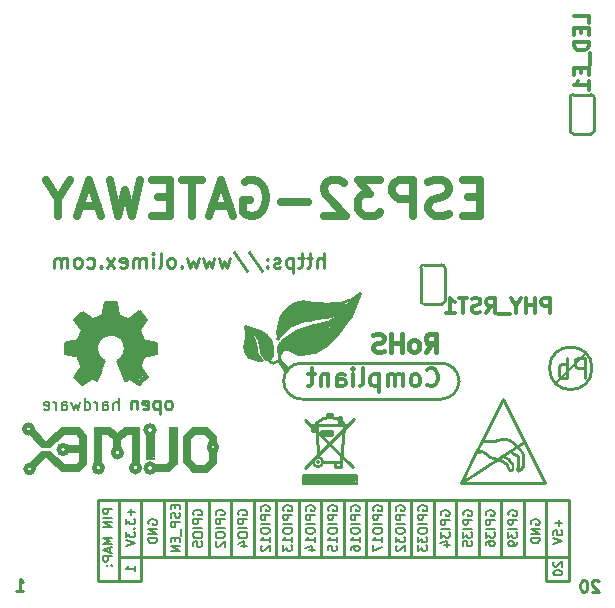
<source format=gbr>
G04 #@! TF.GenerationSoftware,KiCad,Pcbnew,5.1.0-unknown-f7d35cf~86~ubuntu18.04.1*
G04 #@! TF.CreationDate,2019-04-25T16:16:15+03:00*
G04 #@! TF.ProjectId,ESP32-GATEWAY_Rev_F,45535033-322d-4474-9154-455741595f52,F*
G04 #@! TF.SameCoordinates,Original*
G04 #@! TF.FileFunction,Legend,Bot*
G04 #@! TF.FilePolarity,Positive*
%FSLAX46Y46*%
G04 Gerber Fmt 4.6, Leading zero omitted, Abs format (unit mm)*
G04 Created by KiCad (PCBNEW 5.1.0-unknown-f7d35cf~86~ubuntu18.04.1) date 2019-04-25 16:16:15*
%MOMM*%
%LPD*%
G04 APERTURE LIST*
%ADD10C,0.254000*%
%ADD11C,0.190500*%
%ADD12C,0.635000*%
%ADD13C,0.400000*%
%ADD14C,0.700000*%
%ADD15C,0.500000*%
%ADD16C,0.100000*%
%ADD17C,0.508000*%
%ADD18C,0.150000*%
%ADD19C,0.127000*%
%ADD20C,0.200000*%
%ADD21C,0.420000*%
%ADD22C,0.370000*%
%ADD23C,0.380000*%
%ADD24C,1.000000*%
%ADD25C,0.317500*%
%ADD26C,0.350000*%
%ADD27C,0.381000*%
%ADD28C,0.180000*%
G04 APERTURE END LIST*
D10*
X119773095Y-125651380D02*
X119724714Y-125603000D01*
X119627952Y-125554619D01*
X119386047Y-125554619D01*
X119289285Y-125603000D01*
X119240904Y-125651380D01*
X119192523Y-125748142D01*
X119192523Y-125844904D01*
X119240904Y-125990047D01*
X119821476Y-126570619D01*
X119192523Y-126570619D01*
X118563571Y-125554619D02*
X118466809Y-125554619D01*
X118370047Y-125603000D01*
X118321666Y-125651380D01*
X118273285Y-125748142D01*
X118224904Y-125941666D01*
X118224904Y-126183571D01*
X118273285Y-126377095D01*
X118321666Y-126473857D01*
X118370047Y-126522238D01*
X118466809Y-126570619D01*
X118563571Y-126570619D01*
X118660333Y-126522238D01*
X118708714Y-126473857D01*
X118757095Y-126377095D01*
X118805476Y-126183571D01*
X118805476Y-125941666D01*
X118757095Y-125748142D01*
X118708714Y-125651380D01*
X118660333Y-125603000D01*
X118563571Y-125554619D01*
X115316000Y-125603000D02*
X115316000Y-123571000D01*
X117221000Y-123571000D02*
X117221000Y-125603000D01*
X77343000Y-118745000D02*
X77343000Y-125603000D01*
X79121000Y-125603000D02*
X79121000Y-118745000D01*
X81026000Y-123698000D02*
X81026000Y-125603000D01*
X79121000Y-125603000D02*
X81026000Y-125603000D01*
D11*
X115987285Y-124006428D02*
X115951000Y-124042714D01*
X115914714Y-124115285D01*
X115914714Y-124296714D01*
X115951000Y-124369285D01*
X115987285Y-124405571D01*
X116059857Y-124441857D01*
X116132428Y-124441857D01*
X116241285Y-124405571D01*
X116676714Y-123970142D01*
X116676714Y-124441857D01*
X115914714Y-124913571D02*
X115914714Y-124986142D01*
X115951000Y-125058714D01*
X115987285Y-125095000D01*
X116059857Y-125131285D01*
X116205000Y-125167571D01*
X116386428Y-125167571D01*
X116531571Y-125131285D01*
X116604142Y-125095000D01*
X116640428Y-125058714D01*
X116676714Y-124986142D01*
X116676714Y-124913571D01*
X116640428Y-124841000D01*
X116604142Y-124804714D01*
X116531571Y-124768428D01*
X116386428Y-124732142D01*
X116205000Y-124732142D01*
X116059857Y-124768428D01*
X115987285Y-124804714D01*
X115951000Y-124841000D01*
X115914714Y-124913571D01*
D10*
X117221000Y-125603000D02*
X115316000Y-125603000D01*
X117221000Y-118745000D02*
X117221000Y-123571000D01*
X117221000Y-118745000D02*
X77343000Y-118745000D01*
X117221000Y-123571000D02*
X79121000Y-123571000D01*
X115316000Y-118745000D02*
X115316000Y-123571000D01*
X111506000Y-118745000D02*
X111506000Y-123571000D01*
X109601000Y-118745000D02*
X109601000Y-123571000D01*
X107696000Y-118745000D02*
X107696000Y-123571000D01*
X105791000Y-118745000D02*
X105791000Y-123571000D01*
X103886000Y-118745000D02*
X103886000Y-123571000D01*
X101981000Y-118745000D02*
X101981000Y-123571000D01*
X100076000Y-118745000D02*
X100076000Y-123571000D01*
X98171000Y-118745000D02*
X98171000Y-123571000D01*
X96266000Y-118745000D02*
X96266000Y-123571000D01*
X94361000Y-118745000D02*
X94361000Y-123571000D01*
X92456000Y-118745000D02*
X92456000Y-123571000D01*
X90551000Y-118745000D02*
X90551000Y-123571000D01*
X88646000Y-118745000D02*
X88646000Y-123571000D01*
X86741000Y-118745000D02*
X86741000Y-123571000D01*
X84836000Y-118745000D02*
X84836000Y-123571000D01*
X82931000Y-118745000D02*
X82931000Y-123571000D01*
X81026000Y-118872000D02*
X81026000Y-123571000D01*
X113411000Y-118745000D02*
X113411000Y-123571000D01*
X96489761Y-99126523D02*
X96489761Y-97856523D01*
X95945476Y-99126523D02*
X95945476Y-98461285D01*
X96005952Y-98340333D01*
X96126904Y-98279857D01*
X96308333Y-98279857D01*
X96429285Y-98340333D01*
X96489761Y-98400809D01*
X95522142Y-98279857D02*
X95038333Y-98279857D01*
X95340714Y-97856523D02*
X95340714Y-98945095D01*
X95280238Y-99066047D01*
X95159285Y-99126523D01*
X95038333Y-99126523D01*
X94796428Y-98279857D02*
X94312619Y-98279857D01*
X94615000Y-97856523D02*
X94615000Y-98945095D01*
X94554523Y-99066047D01*
X94433571Y-99126523D01*
X94312619Y-99126523D01*
X93889285Y-98279857D02*
X93889285Y-99549857D01*
X93889285Y-98340333D02*
X93768333Y-98279857D01*
X93526428Y-98279857D01*
X93405476Y-98340333D01*
X93345000Y-98400809D01*
X93284523Y-98521761D01*
X93284523Y-98884619D01*
X93345000Y-99005571D01*
X93405476Y-99066047D01*
X93526428Y-99126523D01*
X93768333Y-99126523D01*
X93889285Y-99066047D01*
X92800714Y-99066047D02*
X92679761Y-99126523D01*
X92437857Y-99126523D01*
X92316904Y-99066047D01*
X92256428Y-98945095D01*
X92256428Y-98884619D01*
X92316904Y-98763666D01*
X92437857Y-98703190D01*
X92619285Y-98703190D01*
X92740238Y-98642714D01*
X92800714Y-98521761D01*
X92800714Y-98461285D01*
X92740238Y-98340333D01*
X92619285Y-98279857D01*
X92437857Y-98279857D01*
X92316904Y-98340333D01*
X91712142Y-99005571D02*
X91651666Y-99066047D01*
X91712142Y-99126523D01*
X91772619Y-99066047D01*
X91712142Y-99005571D01*
X91712142Y-99126523D01*
X91712142Y-98340333D02*
X91651666Y-98400809D01*
X91712142Y-98461285D01*
X91772619Y-98400809D01*
X91712142Y-98340333D01*
X91712142Y-98461285D01*
X90200238Y-97796047D02*
X91288809Y-99428904D01*
X88869761Y-97796047D02*
X89958333Y-99428904D01*
X88567380Y-98279857D02*
X88325476Y-99126523D01*
X88083571Y-98521761D01*
X87841666Y-99126523D01*
X87599761Y-98279857D01*
X87236904Y-98279857D02*
X86995000Y-99126523D01*
X86753095Y-98521761D01*
X86511190Y-99126523D01*
X86269285Y-98279857D01*
X85906428Y-98279857D02*
X85664523Y-99126523D01*
X85422619Y-98521761D01*
X85180714Y-99126523D01*
X84938809Y-98279857D01*
X84455000Y-99005571D02*
X84394523Y-99066047D01*
X84455000Y-99126523D01*
X84515476Y-99066047D01*
X84455000Y-99005571D01*
X84455000Y-99126523D01*
X83668809Y-99126523D02*
X83789761Y-99066047D01*
X83850238Y-99005571D01*
X83910714Y-98884619D01*
X83910714Y-98521761D01*
X83850238Y-98400809D01*
X83789761Y-98340333D01*
X83668809Y-98279857D01*
X83487380Y-98279857D01*
X83366428Y-98340333D01*
X83305952Y-98400809D01*
X83245476Y-98521761D01*
X83245476Y-98884619D01*
X83305952Y-99005571D01*
X83366428Y-99066047D01*
X83487380Y-99126523D01*
X83668809Y-99126523D01*
X82519761Y-99126523D02*
X82640714Y-99066047D01*
X82701190Y-98945095D01*
X82701190Y-97856523D01*
X82035952Y-99126523D02*
X82035952Y-98279857D01*
X82035952Y-97856523D02*
X82096428Y-97917000D01*
X82035952Y-97977476D01*
X81975476Y-97917000D01*
X82035952Y-97856523D01*
X82035952Y-97977476D01*
X81431190Y-99126523D02*
X81431190Y-98279857D01*
X81431190Y-98400809D02*
X81370714Y-98340333D01*
X81249761Y-98279857D01*
X81068333Y-98279857D01*
X80947380Y-98340333D01*
X80886904Y-98461285D01*
X80886904Y-99126523D01*
X80886904Y-98461285D02*
X80826428Y-98340333D01*
X80705476Y-98279857D01*
X80524047Y-98279857D01*
X80403095Y-98340333D01*
X80342619Y-98461285D01*
X80342619Y-99126523D01*
X79254047Y-99066047D02*
X79375000Y-99126523D01*
X79616904Y-99126523D01*
X79737857Y-99066047D01*
X79798333Y-98945095D01*
X79798333Y-98461285D01*
X79737857Y-98340333D01*
X79616904Y-98279857D01*
X79375000Y-98279857D01*
X79254047Y-98340333D01*
X79193571Y-98461285D01*
X79193571Y-98582238D01*
X79798333Y-98703190D01*
X78770238Y-99126523D02*
X78105000Y-98279857D01*
X78770238Y-98279857D02*
X78105000Y-99126523D01*
X77621190Y-99005571D02*
X77560714Y-99066047D01*
X77621190Y-99126523D01*
X77681666Y-99066047D01*
X77621190Y-99005571D01*
X77621190Y-99126523D01*
X76472142Y-99066047D02*
X76593095Y-99126523D01*
X76835000Y-99126523D01*
X76955952Y-99066047D01*
X77016428Y-99005571D01*
X77076904Y-98884619D01*
X77076904Y-98521761D01*
X77016428Y-98400809D01*
X76955952Y-98340333D01*
X76835000Y-98279857D01*
X76593095Y-98279857D01*
X76472142Y-98340333D01*
X75746428Y-99126523D02*
X75867380Y-99066047D01*
X75927857Y-99005571D01*
X75988333Y-98884619D01*
X75988333Y-98521761D01*
X75927857Y-98400809D01*
X75867380Y-98340333D01*
X75746428Y-98279857D01*
X75565000Y-98279857D01*
X75444047Y-98340333D01*
X75383571Y-98400809D01*
X75323095Y-98521761D01*
X75323095Y-98884619D01*
X75383571Y-99005571D01*
X75444047Y-99066047D01*
X75565000Y-99126523D01*
X75746428Y-99126523D01*
X74778809Y-99126523D02*
X74778809Y-98279857D01*
X74778809Y-98400809D02*
X74718333Y-98340333D01*
X74597380Y-98279857D01*
X74415952Y-98279857D01*
X74295000Y-98340333D01*
X74234523Y-98461285D01*
X74234523Y-99126523D01*
X74234523Y-98461285D02*
X74174047Y-98340333D01*
X74053095Y-98279857D01*
X73871666Y-98279857D01*
X73750714Y-98340333D01*
X73690238Y-98461285D01*
X73690238Y-99126523D01*
X70448714Y-126443619D02*
X71029285Y-126443619D01*
X70739000Y-126443619D02*
X70739000Y-125427619D01*
X70835761Y-125572761D01*
X70932523Y-125669523D01*
X71029285Y-125717904D01*
D12*
X109709857Y-93127285D02*
X108693857Y-93127285D01*
X108258428Y-94723857D02*
X109709857Y-94723857D01*
X109709857Y-91675857D01*
X108258428Y-91675857D01*
X107097285Y-94578714D02*
X106661857Y-94723857D01*
X105936142Y-94723857D01*
X105645857Y-94578714D01*
X105500714Y-94433571D01*
X105355571Y-94143285D01*
X105355571Y-93853000D01*
X105500714Y-93562714D01*
X105645857Y-93417571D01*
X105936142Y-93272428D01*
X106516714Y-93127285D01*
X106807000Y-92982142D01*
X106952142Y-92837000D01*
X107097285Y-92546714D01*
X107097285Y-92256428D01*
X106952142Y-91966142D01*
X106807000Y-91821000D01*
X106516714Y-91675857D01*
X105791000Y-91675857D01*
X105355571Y-91821000D01*
X104049285Y-94723857D02*
X104049285Y-91675857D01*
X102888142Y-91675857D01*
X102597857Y-91821000D01*
X102452714Y-91966142D01*
X102307571Y-92256428D01*
X102307571Y-92691857D01*
X102452714Y-92982142D01*
X102597857Y-93127285D01*
X102888142Y-93272428D01*
X104049285Y-93272428D01*
X101291571Y-91675857D02*
X99404714Y-91675857D01*
X100420714Y-92837000D01*
X99985285Y-92837000D01*
X99695000Y-92982142D01*
X99549857Y-93127285D01*
X99404714Y-93417571D01*
X99404714Y-94143285D01*
X99549857Y-94433571D01*
X99695000Y-94578714D01*
X99985285Y-94723857D01*
X100856142Y-94723857D01*
X101146428Y-94578714D01*
X101291571Y-94433571D01*
X98243571Y-91966142D02*
X98098428Y-91821000D01*
X97808142Y-91675857D01*
X97082428Y-91675857D01*
X96792142Y-91821000D01*
X96647000Y-91966142D01*
X96501857Y-92256428D01*
X96501857Y-92546714D01*
X96647000Y-92982142D01*
X98388714Y-94723857D01*
X96501857Y-94723857D01*
X95195571Y-93562714D02*
X92873285Y-93562714D01*
X89825285Y-91821000D02*
X90115571Y-91675857D01*
X90551000Y-91675857D01*
X90986428Y-91821000D01*
X91276714Y-92111285D01*
X91421857Y-92401571D01*
X91567000Y-92982142D01*
X91567000Y-93417571D01*
X91421857Y-93998142D01*
X91276714Y-94288428D01*
X90986428Y-94578714D01*
X90551000Y-94723857D01*
X90260714Y-94723857D01*
X89825285Y-94578714D01*
X89680142Y-94433571D01*
X89680142Y-93417571D01*
X90260714Y-93417571D01*
X88519000Y-93853000D02*
X87067571Y-93853000D01*
X88809285Y-94723857D02*
X87793285Y-91675857D01*
X86777285Y-94723857D01*
X86196714Y-91675857D02*
X84455000Y-91675857D01*
X85325857Y-94723857D02*
X85325857Y-91675857D01*
X83439000Y-93127285D02*
X82423000Y-93127285D01*
X81987571Y-94723857D02*
X83439000Y-94723857D01*
X83439000Y-91675857D01*
X81987571Y-91675857D01*
X80971571Y-91675857D02*
X80245857Y-94723857D01*
X79665285Y-92546714D01*
X79084714Y-94723857D01*
X78359000Y-91675857D01*
X77343000Y-93853000D02*
X75891571Y-93853000D01*
X77633285Y-94723857D02*
X76617285Y-91675857D01*
X75601285Y-94723857D01*
X74004714Y-93272428D02*
X74004714Y-94723857D01*
X75020714Y-91675857D02*
X74004714Y-93272428D01*
X72988714Y-91675857D01*
D11*
X116386428Y-120432285D02*
X116386428Y-121012857D01*
X116676714Y-120722571D02*
X116096142Y-120722571D01*
X115914714Y-121738571D02*
X115914714Y-121375714D01*
X116277571Y-121339428D01*
X116241285Y-121375714D01*
X116205000Y-121448285D01*
X116205000Y-121629714D01*
X116241285Y-121702285D01*
X116277571Y-121738571D01*
X116350142Y-121774857D01*
X116531571Y-121774857D01*
X116604142Y-121738571D01*
X116640428Y-121702285D01*
X116676714Y-121629714D01*
X116676714Y-121448285D01*
X116640428Y-121375714D01*
X116604142Y-121339428D01*
X115914714Y-121992571D02*
X116676714Y-122246571D01*
X115914714Y-122500571D01*
X112141000Y-120069428D02*
X112104714Y-119996857D01*
X112104714Y-119888000D01*
X112141000Y-119779142D01*
X112213571Y-119706571D01*
X112286142Y-119670285D01*
X112431285Y-119634000D01*
X112540142Y-119634000D01*
X112685285Y-119670285D01*
X112757857Y-119706571D01*
X112830428Y-119779142D01*
X112866714Y-119888000D01*
X112866714Y-119960571D01*
X112830428Y-120069428D01*
X112794142Y-120105714D01*
X112540142Y-120105714D01*
X112540142Y-119960571D01*
X112866714Y-120432285D02*
X112104714Y-120432285D01*
X112104714Y-120722571D01*
X112141000Y-120795142D01*
X112177285Y-120831428D01*
X112249857Y-120867714D01*
X112358714Y-120867714D01*
X112431285Y-120831428D01*
X112467571Y-120795142D01*
X112503857Y-120722571D01*
X112503857Y-120432285D01*
X112866714Y-121194285D02*
X112104714Y-121194285D01*
X112104714Y-121484571D02*
X112104714Y-121956285D01*
X112395000Y-121702285D01*
X112395000Y-121811142D01*
X112431285Y-121883714D01*
X112467571Y-121920000D01*
X112540142Y-121956285D01*
X112721571Y-121956285D01*
X112794142Y-121920000D01*
X112830428Y-121883714D01*
X112866714Y-121811142D01*
X112866714Y-121593428D01*
X112830428Y-121520857D01*
X112794142Y-121484571D01*
X112866714Y-122319142D02*
X112866714Y-122464285D01*
X112830428Y-122536857D01*
X112794142Y-122573142D01*
X112685285Y-122645714D01*
X112540142Y-122682000D01*
X112249857Y-122682000D01*
X112177285Y-122645714D01*
X112141000Y-122609428D01*
X112104714Y-122536857D01*
X112104714Y-122391714D01*
X112141000Y-122319142D01*
X112177285Y-122282857D01*
X112249857Y-122246571D01*
X112431285Y-122246571D01*
X112503857Y-122282857D01*
X112540142Y-122319142D01*
X112576428Y-122391714D01*
X112576428Y-122536857D01*
X112540142Y-122609428D01*
X112503857Y-122645714D01*
X112431285Y-122682000D01*
X114046000Y-120831428D02*
X114009714Y-120758857D01*
X114009714Y-120650000D01*
X114046000Y-120541142D01*
X114118571Y-120468571D01*
X114191142Y-120432285D01*
X114336285Y-120396000D01*
X114445142Y-120396000D01*
X114590285Y-120432285D01*
X114662857Y-120468571D01*
X114735428Y-120541142D01*
X114771714Y-120650000D01*
X114771714Y-120722571D01*
X114735428Y-120831428D01*
X114699142Y-120867714D01*
X114445142Y-120867714D01*
X114445142Y-120722571D01*
X114771714Y-121194285D02*
X114009714Y-121194285D01*
X114771714Y-121629714D01*
X114009714Y-121629714D01*
X114771714Y-121992571D02*
X114009714Y-121992571D01*
X114009714Y-122174000D01*
X114046000Y-122282857D01*
X114118571Y-122355428D01*
X114191142Y-122391714D01*
X114336285Y-122428000D01*
X114445142Y-122428000D01*
X114590285Y-122391714D01*
X114662857Y-122355428D01*
X114735428Y-122282857D01*
X114771714Y-122174000D01*
X114771714Y-121992571D01*
X110236000Y-120069428D02*
X110199714Y-119996857D01*
X110199714Y-119888000D01*
X110236000Y-119779142D01*
X110308571Y-119706571D01*
X110381142Y-119670285D01*
X110526285Y-119634000D01*
X110635142Y-119634000D01*
X110780285Y-119670285D01*
X110852857Y-119706571D01*
X110925428Y-119779142D01*
X110961714Y-119888000D01*
X110961714Y-119960571D01*
X110925428Y-120069428D01*
X110889142Y-120105714D01*
X110635142Y-120105714D01*
X110635142Y-119960571D01*
X110961714Y-120432285D02*
X110199714Y-120432285D01*
X110199714Y-120722571D01*
X110236000Y-120795142D01*
X110272285Y-120831428D01*
X110344857Y-120867714D01*
X110453714Y-120867714D01*
X110526285Y-120831428D01*
X110562571Y-120795142D01*
X110598857Y-120722571D01*
X110598857Y-120432285D01*
X110961714Y-121194285D02*
X110199714Y-121194285D01*
X110199714Y-121484571D02*
X110199714Y-121956285D01*
X110490000Y-121702285D01*
X110490000Y-121811142D01*
X110526285Y-121883714D01*
X110562571Y-121920000D01*
X110635142Y-121956285D01*
X110816571Y-121956285D01*
X110889142Y-121920000D01*
X110925428Y-121883714D01*
X110961714Y-121811142D01*
X110961714Y-121593428D01*
X110925428Y-121520857D01*
X110889142Y-121484571D01*
X110199714Y-122609428D02*
X110199714Y-122464285D01*
X110236000Y-122391714D01*
X110272285Y-122355428D01*
X110381142Y-122282857D01*
X110526285Y-122246571D01*
X110816571Y-122246571D01*
X110889142Y-122282857D01*
X110925428Y-122319142D01*
X110961714Y-122391714D01*
X110961714Y-122536857D01*
X110925428Y-122609428D01*
X110889142Y-122645714D01*
X110816571Y-122682000D01*
X110635142Y-122682000D01*
X110562571Y-122645714D01*
X110526285Y-122609428D01*
X110490000Y-122536857D01*
X110490000Y-122391714D01*
X110526285Y-122319142D01*
X110562571Y-122282857D01*
X110635142Y-122246571D01*
X108331000Y-120069428D02*
X108294714Y-119996857D01*
X108294714Y-119888000D01*
X108331000Y-119779142D01*
X108403571Y-119706571D01*
X108476142Y-119670285D01*
X108621285Y-119634000D01*
X108730142Y-119634000D01*
X108875285Y-119670285D01*
X108947857Y-119706571D01*
X109020428Y-119779142D01*
X109056714Y-119888000D01*
X109056714Y-119960571D01*
X109020428Y-120069428D01*
X108984142Y-120105714D01*
X108730142Y-120105714D01*
X108730142Y-119960571D01*
X109056714Y-120432285D02*
X108294714Y-120432285D01*
X108294714Y-120722571D01*
X108331000Y-120795142D01*
X108367285Y-120831428D01*
X108439857Y-120867714D01*
X108548714Y-120867714D01*
X108621285Y-120831428D01*
X108657571Y-120795142D01*
X108693857Y-120722571D01*
X108693857Y-120432285D01*
X109056714Y-121194285D02*
X108294714Y-121194285D01*
X108294714Y-121484571D02*
X108294714Y-121956285D01*
X108585000Y-121702285D01*
X108585000Y-121811142D01*
X108621285Y-121883714D01*
X108657571Y-121920000D01*
X108730142Y-121956285D01*
X108911571Y-121956285D01*
X108984142Y-121920000D01*
X109020428Y-121883714D01*
X109056714Y-121811142D01*
X109056714Y-121593428D01*
X109020428Y-121520857D01*
X108984142Y-121484571D01*
X108294714Y-122645714D02*
X108294714Y-122282857D01*
X108657571Y-122246571D01*
X108621285Y-122282857D01*
X108585000Y-122355428D01*
X108585000Y-122536857D01*
X108621285Y-122609428D01*
X108657571Y-122645714D01*
X108730142Y-122682000D01*
X108911571Y-122682000D01*
X108984142Y-122645714D01*
X109020428Y-122609428D01*
X109056714Y-122536857D01*
X109056714Y-122355428D01*
X109020428Y-122282857D01*
X108984142Y-122246571D01*
X106426000Y-120069428D02*
X106389714Y-119996857D01*
X106389714Y-119888000D01*
X106426000Y-119779142D01*
X106498571Y-119706571D01*
X106571142Y-119670285D01*
X106716285Y-119634000D01*
X106825142Y-119634000D01*
X106970285Y-119670285D01*
X107042857Y-119706571D01*
X107115428Y-119779142D01*
X107151714Y-119888000D01*
X107151714Y-119960571D01*
X107115428Y-120069428D01*
X107079142Y-120105714D01*
X106825142Y-120105714D01*
X106825142Y-119960571D01*
X107151714Y-120432285D02*
X106389714Y-120432285D01*
X106389714Y-120722571D01*
X106426000Y-120795142D01*
X106462285Y-120831428D01*
X106534857Y-120867714D01*
X106643714Y-120867714D01*
X106716285Y-120831428D01*
X106752571Y-120795142D01*
X106788857Y-120722571D01*
X106788857Y-120432285D01*
X107151714Y-121194285D02*
X106389714Y-121194285D01*
X106389714Y-121484571D02*
X106389714Y-121956285D01*
X106680000Y-121702285D01*
X106680000Y-121811142D01*
X106716285Y-121883714D01*
X106752571Y-121920000D01*
X106825142Y-121956285D01*
X107006571Y-121956285D01*
X107079142Y-121920000D01*
X107115428Y-121883714D01*
X107151714Y-121811142D01*
X107151714Y-121593428D01*
X107115428Y-121520857D01*
X107079142Y-121484571D01*
X106643714Y-122609428D02*
X107151714Y-122609428D01*
X106353428Y-122428000D02*
X106897714Y-122246571D01*
X106897714Y-122718285D01*
X104521000Y-119670285D02*
X104484714Y-119597714D01*
X104484714Y-119488857D01*
X104521000Y-119380000D01*
X104593571Y-119307428D01*
X104666142Y-119271142D01*
X104811285Y-119234857D01*
X104920142Y-119234857D01*
X105065285Y-119271142D01*
X105137857Y-119307428D01*
X105210428Y-119380000D01*
X105246714Y-119488857D01*
X105246714Y-119561428D01*
X105210428Y-119670285D01*
X105174142Y-119706571D01*
X104920142Y-119706571D01*
X104920142Y-119561428D01*
X105246714Y-120033142D02*
X104484714Y-120033142D01*
X104484714Y-120323428D01*
X104521000Y-120396000D01*
X104557285Y-120432285D01*
X104629857Y-120468571D01*
X104738714Y-120468571D01*
X104811285Y-120432285D01*
X104847571Y-120396000D01*
X104883857Y-120323428D01*
X104883857Y-120033142D01*
X105246714Y-120795142D02*
X104484714Y-120795142D01*
X104484714Y-121303142D02*
X104484714Y-121448285D01*
X104521000Y-121520857D01*
X104593571Y-121593428D01*
X104738714Y-121629714D01*
X104992714Y-121629714D01*
X105137857Y-121593428D01*
X105210428Y-121520857D01*
X105246714Y-121448285D01*
X105246714Y-121303142D01*
X105210428Y-121230571D01*
X105137857Y-121158000D01*
X104992714Y-121121714D01*
X104738714Y-121121714D01*
X104593571Y-121158000D01*
X104521000Y-121230571D01*
X104484714Y-121303142D01*
X104484714Y-121883714D02*
X104484714Y-122355428D01*
X104775000Y-122101428D01*
X104775000Y-122210285D01*
X104811285Y-122282857D01*
X104847571Y-122319142D01*
X104920142Y-122355428D01*
X105101571Y-122355428D01*
X105174142Y-122319142D01*
X105210428Y-122282857D01*
X105246714Y-122210285D01*
X105246714Y-121992571D01*
X105210428Y-121920000D01*
X105174142Y-121883714D01*
X104484714Y-122609428D02*
X104484714Y-123081142D01*
X104775000Y-122827142D01*
X104775000Y-122936000D01*
X104811285Y-123008571D01*
X104847571Y-123044857D01*
X104920142Y-123081142D01*
X105101571Y-123081142D01*
X105174142Y-123044857D01*
X105210428Y-123008571D01*
X105246714Y-122936000D01*
X105246714Y-122718285D01*
X105210428Y-122645714D01*
X105174142Y-122609428D01*
X102616000Y-119670285D02*
X102579714Y-119597714D01*
X102579714Y-119488857D01*
X102616000Y-119380000D01*
X102688571Y-119307428D01*
X102761142Y-119271142D01*
X102906285Y-119234857D01*
X103015142Y-119234857D01*
X103160285Y-119271142D01*
X103232857Y-119307428D01*
X103305428Y-119380000D01*
X103341714Y-119488857D01*
X103341714Y-119561428D01*
X103305428Y-119670285D01*
X103269142Y-119706571D01*
X103015142Y-119706571D01*
X103015142Y-119561428D01*
X103341714Y-120033142D02*
X102579714Y-120033142D01*
X102579714Y-120323428D01*
X102616000Y-120396000D01*
X102652285Y-120432285D01*
X102724857Y-120468571D01*
X102833714Y-120468571D01*
X102906285Y-120432285D01*
X102942571Y-120396000D01*
X102978857Y-120323428D01*
X102978857Y-120033142D01*
X103341714Y-120795142D02*
X102579714Y-120795142D01*
X102579714Y-121303142D02*
X102579714Y-121448285D01*
X102616000Y-121520857D01*
X102688571Y-121593428D01*
X102833714Y-121629714D01*
X103087714Y-121629714D01*
X103232857Y-121593428D01*
X103305428Y-121520857D01*
X103341714Y-121448285D01*
X103341714Y-121303142D01*
X103305428Y-121230571D01*
X103232857Y-121158000D01*
X103087714Y-121121714D01*
X102833714Y-121121714D01*
X102688571Y-121158000D01*
X102616000Y-121230571D01*
X102579714Y-121303142D01*
X102579714Y-121883714D02*
X102579714Y-122355428D01*
X102870000Y-122101428D01*
X102870000Y-122210285D01*
X102906285Y-122282857D01*
X102942571Y-122319142D01*
X103015142Y-122355428D01*
X103196571Y-122355428D01*
X103269142Y-122319142D01*
X103305428Y-122282857D01*
X103341714Y-122210285D01*
X103341714Y-121992571D01*
X103305428Y-121920000D01*
X103269142Y-121883714D01*
X102652285Y-122645714D02*
X102616000Y-122682000D01*
X102579714Y-122754571D01*
X102579714Y-122936000D01*
X102616000Y-123008571D01*
X102652285Y-123044857D01*
X102724857Y-123081142D01*
X102797428Y-123081142D01*
X102906285Y-123044857D01*
X103341714Y-122609428D01*
X103341714Y-123081142D01*
D10*
X77343000Y-125603000D02*
X79121000Y-125603000D01*
D11*
X78576714Y-119525142D02*
X77814714Y-119525142D01*
X77814714Y-119815428D01*
X77851000Y-119888000D01*
X77887285Y-119924285D01*
X77959857Y-119960571D01*
X78068714Y-119960571D01*
X78141285Y-119924285D01*
X78177571Y-119888000D01*
X78213857Y-119815428D01*
X78213857Y-119525142D01*
X78576714Y-120287142D02*
X77814714Y-120287142D01*
X78576714Y-120650000D02*
X77814714Y-120650000D01*
X78576714Y-121085428D01*
X77814714Y-121085428D01*
X78576714Y-122028857D02*
X77814714Y-122028857D01*
X78359000Y-122282857D01*
X77814714Y-122536857D01*
X78576714Y-122536857D01*
X78359000Y-122863428D02*
X78359000Y-123226285D01*
X78576714Y-122790857D02*
X77814714Y-123044857D01*
X78576714Y-123298857D01*
X78576714Y-123552857D02*
X77814714Y-123552857D01*
X77814714Y-123843142D01*
X77851000Y-123915714D01*
X77887285Y-123952000D01*
X77959857Y-123988285D01*
X78068714Y-123988285D01*
X78141285Y-123952000D01*
X78177571Y-123915714D01*
X78213857Y-123843142D01*
X78213857Y-123552857D01*
X78504142Y-124314857D02*
X78540428Y-124351142D01*
X78576714Y-124314857D01*
X78540428Y-124278571D01*
X78504142Y-124314857D01*
X78576714Y-124314857D01*
X78105000Y-124314857D02*
X78141285Y-124351142D01*
X78177571Y-124314857D01*
X78141285Y-124278571D01*
X78105000Y-124314857D01*
X78177571Y-124314857D01*
X100711000Y-119670285D02*
X100674714Y-119597714D01*
X100674714Y-119488857D01*
X100711000Y-119380000D01*
X100783571Y-119307428D01*
X100856142Y-119271142D01*
X101001285Y-119234857D01*
X101110142Y-119234857D01*
X101255285Y-119271142D01*
X101327857Y-119307428D01*
X101400428Y-119380000D01*
X101436714Y-119488857D01*
X101436714Y-119561428D01*
X101400428Y-119670285D01*
X101364142Y-119706571D01*
X101110142Y-119706571D01*
X101110142Y-119561428D01*
X101436714Y-120033142D02*
X100674714Y-120033142D01*
X100674714Y-120323428D01*
X100711000Y-120396000D01*
X100747285Y-120432285D01*
X100819857Y-120468571D01*
X100928714Y-120468571D01*
X101001285Y-120432285D01*
X101037571Y-120396000D01*
X101073857Y-120323428D01*
X101073857Y-120033142D01*
X101436714Y-120795142D02*
X100674714Y-120795142D01*
X100674714Y-121303142D02*
X100674714Y-121448285D01*
X100711000Y-121520857D01*
X100783571Y-121593428D01*
X100928714Y-121629714D01*
X101182714Y-121629714D01*
X101327857Y-121593428D01*
X101400428Y-121520857D01*
X101436714Y-121448285D01*
X101436714Y-121303142D01*
X101400428Y-121230571D01*
X101327857Y-121158000D01*
X101182714Y-121121714D01*
X100928714Y-121121714D01*
X100783571Y-121158000D01*
X100711000Y-121230571D01*
X100674714Y-121303142D01*
X101436714Y-122355428D02*
X101436714Y-121920000D01*
X101436714Y-122137714D02*
X100674714Y-122137714D01*
X100783571Y-122065142D01*
X100856142Y-121992571D01*
X100892428Y-121920000D01*
X100674714Y-122609428D02*
X100674714Y-123117428D01*
X101436714Y-122790857D01*
X98806000Y-119670285D02*
X98769714Y-119597714D01*
X98769714Y-119488857D01*
X98806000Y-119380000D01*
X98878571Y-119307428D01*
X98951142Y-119271142D01*
X99096285Y-119234857D01*
X99205142Y-119234857D01*
X99350285Y-119271142D01*
X99422857Y-119307428D01*
X99495428Y-119380000D01*
X99531714Y-119488857D01*
X99531714Y-119561428D01*
X99495428Y-119670285D01*
X99459142Y-119706571D01*
X99205142Y-119706571D01*
X99205142Y-119561428D01*
X99531714Y-120033142D02*
X98769714Y-120033142D01*
X98769714Y-120323428D01*
X98806000Y-120396000D01*
X98842285Y-120432285D01*
X98914857Y-120468571D01*
X99023714Y-120468571D01*
X99096285Y-120432285D01*
X99132571Y-120396000D01*
X99168857Y-120323428D01*
X99168857Y-120033142D01*
X99531714Y-120795142D02*
X98769714Y-120795142D01*
X98769714Y-121303142D02*
X98769714Y-121448285D01*
X98806000Y-121520857D01*
X98878571Y-121593428D01*
X99023714Y-121629714D01*
X99277714Y-121629714D01*
X99422857Y-121593428D01*
X99495428Y-121520857D01*
X99531714Y-121448285D01*
X99531714Y-121303142D01*
X99495428Y-121230571D01*
X99422857Y-121158000D01*
X99277714Y-121121714D01*
X99023714Y-121121714D01*
X98878571Y-121158000D01*
X98806000Y-121230571D01*
X98769714Y-121303142D01*
X99531714Y-122355428D02*
X99531714Y-121920000D01*
X99531714Y-122137714D02*
X98769714Y-122137714D01*
X98878571Y-122065142D01*
X98951142Y-121992571D01*
X98987428Y-121920000D01*
X98769714Y-123008571D02*
X98769714Y-122863428D01*
X98806000Y-122790857D01*
X98842285Y-122754571D01*
X98951142Y-122682000D01*
X99096285Y-122645714D01*
X99386571Y-122645714D01*
X99459142Y-122682000D01*
X99495428Y-122718285D01*
X99531714Y-122790857D01*
X99531714Y-122936000D01*
X99495428Y-123008571D01*
X99459142Y-123044857D01*
X99386571Y-123081142D01*
X99205142Y-123081142D01*
X99132571Y-123044857D01*
X99096285Y-123008571D01*
X99060000Y-122936000D01*
X99060000Y-122790857D01*
X99096285Y-122718285D01*
X99132571Y-122682000D01*
X99205142Y-122645714D01*
X96901000Y-119670285D02*
X96864714Y-119597714D01*
X96864714Y-119488857D01*
X96901000Y-119380000D01*
X96973571Y-119307428D01*
X97046142Y-119271142D01*
X97191285Y-119234857D01*
X97300142Y-119234857D01*
X97445285Y-119271142D01*
X97517857Y-119307428D01*
X97590428Y-119380000D01*
X97626714Y-119488857D01*
X97626714Y-119561428D01*
X97590428Y-119670285D01*
X97554142Y-119706571D01*
X97300142Y-119706571D01*
X97300142Y-119561428D01*
X97626714Y-120033142D02*
X96864714Y-120033142D01*
X96864714Y-120323428D01*
X96901000Y-120396000D01*
X96937285Y-120432285D01*
X97009857Y-120468571D01*
X97118714Y-120468571D01*
X97191285Y-120432285D01*
X97227571Y-120396000D01*
X97263857Y-120323428D01*
X97263857Y-120033142D01*
X97626714Y-120795142D02*
X96864714Y-120795142D01*
X96864714Y-121303142D02*
X96864714Y-121448285D01*
X96901000Y-121520857D01*
X96973571Y-121593428D01*
X97118714Y-121629714D01*
X97372714Y-121629714D01*
X97517857Y-121593428D01*
X97590428Y-121520857D01*
X97626714Y-121448285D01*
X97626714Y-121303142D01*
X97590428Y-121230571D01*
X97517857Y-121158000D01*
X97372714Y-121121714D01*
X97118714Y-121121714D01*
X96973571Y-121158000D01*
X96901000Y-121230571D01*
X96864714Y-121303142D01*
X97626714Y-122355428D02*
X97626714Y-121920000D01*
X97626714Y-122137714D02*
X96864714Y-122137714D01*
X96973571Y-122065142D01*
X97046142Y-121992571D01*
X97082428Y-121920000D01*
X96864714Y-123044857D02*
X96864714Y-122682000D01*
X97227571Y-122645714D01*
X97191285Y-122682000D01*
X97155000Y-122754571D01*
X97155000Y-122936000D01*
X97191285Y-123008571D01*
X97227571Y-123044857D01*
X97300142Y-123081142D01*
X97481571Y-123081142D01*
X97554142Y-123044857D01*
X97590428Y-123008571D01*
X97626714Y-122936000D01*
X97626714Y-122754571D01*
X97590428Y-122682000D01*
X97554142Y-122645714D01*
X94996000Y-119670285D02*
X94959714Y-119597714D01*
X94959714Y-119488857D01*
X94996000Y-119380000D01*
X95068571Y-119307428D01*
X95141142Y-119271142D01*
X95286285Y-119234857D01*
X95395142Y-119234857D01*
X95540285Y-119271142D01*
X95612857Y-119307428D01*
X95685428Y-119380000D01*
X95721714Y-119488857D01*
X95721714Y-119561428D01*
X95685428Y-119670285D01*
X95649142Y-119706571D01*
X95395142Y-119706571D01*
X95395142Y-119561428D01*
X95721714Y-120033142D02*
X94959714Y-120033142D01*
X94959714Y-120323428D01*
X94996000Y-120396000D01*
X95032285Y-120432285D01*
X95104857Y-120468571D01*
X95213714Y-120468571D01*
X95286285Y-120432285D01*
X95322571Y-120396000D01*
X95358857Y-120323428D01*
X95358857Y-120033142D01*
X95721714Y-120795142D02*
X94959714Y-120795142D01*
X94959714Y-121303142D02*
X94959714Y-121448285D01*
X94996000Y-121520857D01*
X95068571Y-121593428D01*
X95213714Y-121629714D01*
X95467714Y-121629714D01*
X95612857Y-121593428D01*
X95685428Y-121520857D01*
X95721714Y-121448285D01*
X95721714Y-121303142D01*
X95685428Y-121230571D01*
X95612857Y-121158000D01*
X95467714Y-121121714D01*
X95213714Y-121121714D01*
X95068571Y-121158000D01*
X94996000Y-121230571D01*
X94959714Y-121303142D01*
X95721714Y-122355428D02*
X95721714Y-121920000D01*
X95721714Y-122137714D02*
X94959714Y-122137714D01*
X95068571Y-122065142D01*
X95141142Y-121992571D01*
X95177428Y-121920000D01*
X95213714Y-123008571D02*
X95721714Y-123008571D01*
X94923428Y-122827142D02*
X95467714Y-122645714D01*
X95467714Y-123117428D01*
X93091000Y-119670285D02*
X93054714Y-119597714D01*
X93054714Y-119488857D01*
X93091000Y-119380000D01*
X93163571Y-119307428D01*
X93236142Y-119271142D01*
X93381285Y-119234857D01*
X93490142Y-119234857D01*
X93635285Y-119271142D01*
X93707857Y-119307428D01*
X93780428Y-119380000D01*
X93816714Y-119488857D01*
X93816714Y-119561428D01*
X93780428Y-119670285D01*
X93744142Y-119706571D01*
X93490142Y-119706571D01*
X93490142Y-119561428D01*
X93816714Y-120033142D02*
X93054714Y-120033142D01*
X93054714Y-120323428D01*
X93091000Y-120396000D01*
X93127285Y-120432285D01*
X93199857Y-120468571D01*
X93308714Y-120468571D01*
X93381285Y-120432285D01*
X93417571Y-120396000D01*
X93453857Y-120323428D01*
X93453857Y-120033142D01*
X93816714Y-120795142D02*
X93054714Y-120795142D01*
X93054714Y-121303142D02*
X93054714Y-121448285D01*
X93091000Y-121520857D01*
X93163571Y-121593428D01*
X93308714Y-121629714D01*
X93562714Y-121629714D01*
X93707857Y-121593428D01*
X93780428Y-121520857D01*
X93816714Y-121448285D01*
X93816714Y-121303142D01*
X93780428Y-121230571D01*
X93707857Y-121158000D01*
X93562714Y-121121714D01*
X93308714Y-121121714D01*
X93163571Y-121158000D01*
X93091000Y-121230571D01*
X93054714Y-121303142D01*
X93816714Y-122355428D02*
X93816714Y-121920000D01*
X93816714Y-122137714D02*
X93054714Y-122137714D01*
X93163571Y-122065142D01*
X93236142Y-121992571D01*
X93272428Y-121920000D01*
X93054714Y-122609428D02*
X93054714Y-123081142D01*
X93345000Y-122827142D01*
X93345000Y-122936000D01*
X93381285Y-123008571D01*
X93417571Y-123044857D01*
X93490142Y-123081142D01*
X93671571Y-123081142D01*
X93744142Y-123044857D01*
X93780428Y-123008571D01*
X93816714Y-122936000D01*
X93816714Y-122718285D01*
X93780428Y-122645714D01*
X93744142Y-122609428D01*
X91186000Y-119670285D02*
X91149714Y-119597714D01*
X91149714Y-119488857D01*
X91186000Y-119380000D01*
X91258571Y-119307428D01*
X91331142Y-119271142D01*
X91476285Y-119234857D01*
X91585142Y-119234857D01*
X91730285Y-119271142D01*
X91802857Y-119307428D01*
X91875428Y-119380000D01*
X91911714Y-119488857D01*
X91911714Y-119561428D01*
X91875428Y-119670285D01*
X91839142Y-119706571D01*
X91585142Y-119706571D01*
X91585142Y-119561428D01*
X91911714Y-120033142D02*
X91149714Y-120033142D01*
X91149714Y-120323428D01*
X91186000Y-120396000D01*
X91222285Y-120432285D01*
X91294857Y-120468571D01*
X91403714Y-120468571D01*
X91476285Y-120432285D01*
X91512571Y-120396000D01*
X91548857Y-120323428D01*
X91548857Y-120033142D01*
X91911714Y-120795142D02*
X91149714Y-120795142D01*
X91149714Y-121303142D02*
X91149714Y-121448285D01*
X91186000Y-121520857D01*
X91258571Y-121593428D01*
X91403714Y-121629714D01*
X91657714Y-121629714D01*
X91802857Y-121593428D01*
X91875428Y-121520857D01*
X91911714Y-121448285D01*
X91911714Y-121303142D01*
X91875428Y-121230571D01*
X91802857Y-121158000D01*
X91657714Y-121121714D01*
X91403714Y-121121714D01*
X91258571Y-121158000D01*
X91186000Y-121230571D01*
X91149714Y-121303142D01*
X91911714Y-122355428D02*
X91911714Y-121920000D01*
X91911714Y-122137714D02*
X91149714Y-122137714D01*
X91258571Y-122065142D01*
X91331142Y-121992571D01*
X91367428Y-121920000D01*
X91222285Y-122645714D02*
X91186000Y-122682000D01*
X91149714Y-122754571D01*
X91149714Y-122936000D01*
X91186000Y-123008571D01*
X91222285Y-123044857D01*
X91294857Y-123081142D01*
X91367428Y-123081142D01*
X91476285Y-123044857D01*
X91911714Y-122609428D01*
X91911714Y-123081142D01*
X89281000Y-120033142D02*
X89244714Y-119960571D01*
X89244714Y-119851714D01*
X89281000Y-119742857D01*
X89353571Y-119670285D01*
X89426142Y-119634000D01*
X89571285Y-119597714D01*
X89680142Y-119597714D01*
X89825285Y-119634000D01*
X89897857Y-119670285D01*
X89970428Y-119742857D01*
X90006714Y-119851714D01*
X90006714Y-119924285D01*
X89970428Y-120033142D01*
X89934142Y-120069428D01*
X89680142Y-120069428D01*
X89680142Y-119924285D01*
X90006714Y-120396000D02*
X89244714Y-120396000D01*
X89244714Y-120686285D01*
X89281000Y-120758857D01*
X89317285Y-120795142D01*
X89389857Y-120831428D01*
X89498714Y-120831428D01*
X89571285Y-120795142D01*
X89607571Y-120758857D01*
X89643857Y-120686285D01*
X89643857Y-120396000D01*
X90006714Y-121158000D02*
X89244714Y-121158000D01*
X89244714Y-121666000D02*
X89244714Y-121811142D01*
X89281000Y-121883714D01*
X89353571Y-121956285D01*
X89498714Y-121992571D01*
X89752714Y-121992571D01*
X89897857Y-121956285D01*
X89970428Y-121883714D01*
X90006714Y-121811142D01*
X90006714Y-121666000D01*
X89970428Y-121593428D01*
X89897857Y-121520857D01*
X89752714Y-121484571D01*
X89498714Y-121484571D01*
X89353571Y-121520857D01*
X89281000Y-121593428D01*
X89244714Y-121666000D01*
X89498714Y-122645714D02*
X90006714Y-122645714D01*
X89208428Y-122464285D02*
X89752714Y-122282857D01*
X89752714Y-122754571D01*
X87376000Y-120033142D02*
X87339714Y-119960571D01*
X87339714Y-119851714D01*
X87376000Y-119742857D01*
X87448571Y-119670285D01*
X87521142Y-119634000D01*
X87666285Y-119597714D01*
X87775142Y-119597714D01*
X87920285Y-119634000D01*
X87992857Y-119670285D01*
X88065428Y-119742857D01*
X88101714Y-119851714D01*
X88101714Y-119924285D01*
X88065428Y-120033142D01*
X88029142Y-120069428D01*
X87775142Y-120069428D01*
X87775142Y-119924285D01*
X88101714Y-120396000D02*
X87339714Y-120396000D01*
X87339714Y-120686285D01*
X87376000Y-120758857D01*
X87412285Y-120795142D01*
X87484857Y-120831428D01*
X87593714Y-120831428D01*
X87666285Y-120795142D01*
X87702571Y-120758857D01*
X87738857Y-120686285D01*
X87738857Y-120396000D01*
X88101714Y-121158000D02*
X87339714Y-121158000D01*
X87339714Y-121666000D02*
X87339714Y-121811142D01*
X87376000Y-121883714D01*
X87448571Y-121956285D01*
X87593714Y-121992571D01*
X87847714Y-121992571D01*
X87992857Y-121956285D01*
X88065428Y-121883714D01*
X88101714Y-121811142D01*
X88101714Y-121666000D01*
X88065428Y-121593428D01*
X87992857Y-121520857D01*
X87847714Y-121484571D01*
X87593714Y-121484571D01*
X87448571Y-121520857D01*
X87376000Y-121593428D01*
X87339714Y-121666000D01*
X87412285Y-122282857D02*
X87376000Y-122319142D01*
X87339714Y-122391714D01*
X87339714Y-122573142D01*
X87376000Y-122645714D01*
X87412285Y-122682000D01*
X87484857Y-122718285D01*
X87557428Y-122718285D01*
X87666285Y-122682000D01*
X88101714Y-122246571D01*
X88101714Y-122718285D01*
X85471000Y-120033142D02*
X85434714Y-119960571D01*
X85434714Y-119851714D01*
X85471000Y-119742857D01*
X85543571Y-119670285D01*
X85616142Y-119634000D01*
X85761285Y-119597714D01*
X85870142Y-119597714D01*
X86015285Y-119634000D01*
X86087857Y-119670285D01*
X86160428Y-119742857D01*
X86196714Y-119851714D01*
X86196714Y-119924285D01*
X86160428Y-120033142D01*
X86124142Y-120069428D01*
X85870142Y-120069428D01*
X85870142Y-119924285D01*
X86196714Y-120396000D02*
X85434714Y-120396000D01*
X85434714Y-120686285D01*
X85471000Y-120758857D01*
X85507285Y-120795142D01*
X85579857Y-120831428D01*
X85688714Y-120831428D01*
X85761285Y-120795142D01*
X85797571Y-120758857D01*
X85833857Y-120686285D01*
X85833857Y-120396000D01*
X86196714Y-121158000D02*
X85434714Y-121158000D01*
X85434714Y-121666000D02*
X85434714Y-121811142D01*
X85471000Y-121883714D01*
X85543571Y-121956285D01*
X85688714Y-121992571D01*
X85942714Y-121992571D01*
X86087857Y-121956285D01*
X86160428Y-121883714D01*
X86196714Y-121811142D01*
X86196714Y-121666000D01*
X86160428Y-121593428D01*
X86087857Y-121520857D01*
X85942714Y-121484571D01*
X85688714Y-121484571D01*
X85543571Y-121520857D01*
X85471000Y-121593428D01*
X85434714Y-121666000D01*
X85434714Y-122682000D02*
X85434714Y-122319142D01*
X85797571Y-122282857D01*
X85761285Y-122319142D01*
X85725000Y-122391714D01*
X85725000Y-122573142D01*
X85761285Y-122645714D01*
X85797571Y-122682000D01*
X85870142Y-122718285D01*
X86051571Y-122718285D01*
X86124142Y-122682000D01*
X86160428Y-122645714D01*
X86196714Y-122573142D01*
X86196714Y-122391714D01*
X86160428Y-122319142D01*
X86124142Y-122282857D01*
X83892571Y-119216714D02*
X83892571Y-119470714D01*
X84291714Y-119579571D02*
X84291714Y-119216714D01*
X83529714Y-119216714D01*
X83529714Y-119579571D01*
X84255428Y-119869857D02*
X84291714Y-119978714D01*
X84291714Y-120160142D01*
X84255428Y-120232714D01*
X84219142Y-120269000D01*
X84146571Y-120305285D01*
X84074000Y-120305285D01*
X84001428Y-120269000D01*
X83965142Y-120232714D01*
X83928857Y-120160142D01*
X83892571Y-120015000D01*
X83856285Y-119942428D01*
X83820000Y-119906142D01*
X83747428Y-119869857D01*
X83674857Y-119869857D01*
X83602285Y-119906142D01*
X83566000Y-119942428D01*
X83529714Y-120015000D01*
X83529714Y-120196428D01*
X83566000Y-120305285D01*
X84291714Y-120631857D02*
X83529714Y-120631857D01*
X83529714Y-120922142D01*
X83566000Y-120994714D01*
X83602285Y-121031000D01*
X83674857Y-121067285D01*
X83783714Y-121067285D01*
X83856285Y-121031000D01*
X83892571Y-120994714D01*
X83928857Y-120922142D01*
X83928857Y-120631857D01*
X84364285Y-121212428D02*
X84364285Y-121793000D01*
X83892571Y-121974428D02*
X83892571Y-122228428D01*
X84291714Y-122337285D02*
X84291714Y-121974428D01*
X83529714Y-121974428D01*
X83529714Y-122337285D01*
X84291714Y-122663857D02*
X83529714Y-122663857D01*
X84291714Y-123099285D01*
X83529714Y-123099285D01*
X80481714Y-124804714D02*
X80481714Y-124369285D01*
X80481714Y-124587000D02*
X79719714Y-124587000D01*
X79828571Y-124514428D01*
X79901142Y-124441857D01*
X79937428Y-124369285D01*
X81661000Y-120831428D02*
X81624714Y-120758857D01*
X81624714Y-120650000D01*
X81661000Y-120541142D01*
X81733571Y-120468571D01*
X81806142Y-120432285D01*
X81951285Y-120396000D01*
X82060142Y-120396000D01*
X82205285Y-120432285D01*
X82277857Y-120468571D01*
X82350428Y-120541142D01*
X82386714Y-120650000D01*
X82386714Y-120722571D01*
X82350428Y-120831428D01*
X82314142Y-120867714D01*
X82060142Y-120867714D01*
X82060142Y-120722571D01*
X82386714Y-121194285D02*
X81624714Y-121194285D01*
X82386714Y-121629714D01*
X81624714Y-121629714D01*
X82386714Y-121992571D02*
X81624714Y-121992571D01*
X81624714Y-122174000D01*
X81661000Y-122282857D01*
X81733571Y-122355428D01*
X81806142Y-122391714D01*
X81951285Y-122428000D01*
X82060142Y-122428000D01*
X82205285Y-122391714D01*
X82277857Y-122355428D01*
X82350428Y-122282857D01*
X82386714Y-122174000D01*
X82386714Y-121992571D01*
X80191428Y-119507000D02*
X80191428Y-120087571D01*
X80481714Y-119797285D02*
X79901142Y-119797285D01*
X79719714Y-120377857D02*
X79719714Y-120849571D01*
X80010000Y-120595571D01*
X80010000Y-120704428D01*
X80046285Y-120777000D01*
X80082571Y-120813285D01*
X80155142Y-120849571D01*
X80336571Y-120849571D01*
X80409142Y-120813285D01*
X80445428Y-120777000D01*
X80481714Y-120704428D01*
X80481714Y-120486714D01*
X80445428Y-120414142D01*
X80409142Y-120377857D01*
X80409142Y-121176142D02*
X80445428Y-121212428D01*
X80481714Y-121176142D01*
X80445428Y-121139857D01*
X80409142Y-121176142D01*
X80481714Y-121176142D01*
X79719714Y-121466428D02*
X79719714Y-121938142D01*
X80010000Y-121684142D01*
X80010000Y-121793000D01*
X80046285Y-121865571D01*
X80082571Y-121901857D01*
X80155142Y-121938142D01*
X80336571Y-121938142D01*
X80409142Y-121901857D01*
X80445428Y-121865571D01*
X80481714Y-121793000D01*
X80481714Y-121575285D01*
X80445428Y-121502714D01*
X80409142Y-121466428D01*
X79719714Y-122155857D02*
X80481714Y-122409857D01*
X79719714Y-122663857D01*
D10*
X117348000Y-84709000D02*
G75*
G02X117602000Y-84455000I254000J0D01*
G01*
X117602000Y-87757000D02*
G75*
G02X117348000Y-87503000I0J254000D01*
G01*
X119380000Y-87503000D02*
G75*
G02X119126000Y-87757000I-254000J0D01*
G01*
X119126000Y-84455000D02*
G75*
G02X119380000Y-84709000I0J-254000D01*
G01*
X119380000Y-87503000D02*
X119380000Y-84709000D01*
X117602000Y-87757000D02*
X119126000Y-87757000D01*
X117602000Y-84455000D02*
X119126000Y-84455000D01*
X117348000Y-84709000D02*
X117348000Y-87503000D01*
D13*
X87446747Y-114300000D02*
G75*
G03X87446747Y-114300000I-337447J0D01*
G01*
D14*
X87122000Y-113525300D02*
X86614000Y-113017300D01*
X85521800Y-112941100D02*
X84886800Y-113550700D01*
X84912200Y-115506500D02*
X85471000Y-116090700D01*
X83286600Y-116103400D02*
X83743800Y-115646200D01*
X82300800Y-116103400D02*
X83286600Y-116103400D01*
D13*
X82154324Y-116078000D02*
G75*
G03X82154324Y-116078000I-366324J0D01*
G01*
D14*
X81788000Y-113385600D02*
X81788000Y-114985800D01*
D13*
X82148818Y-112852200D02*
G75*
G03X82148818Y-112852200I-373518J0D01*
G01*
X80915759Y-116052600D02*
G75*
G03X80915759Y-116052600I-359659J0D01*
G01*
D14*
X80568800Y-115544600D02*
X80568800Y-112953800D01*
X80568800Y-112953800D02*
X79730600Y-112953800D01*
X79730600Y-112953800D02*
X79121000Y-113461800D01*
X79019400Y-114249200D02*
X79019400Y-113538000D01*
X78943200Y-113461800D02*
X78308200Y-112953800D01*
D13*
X79390318Y-114782600D02*
G75*
G03X79390318Y-114782600I-370918J0D01*
G01*
D14*
X78308200Y-112953800D02*
X77419200Y-112953800D01*
D13*
X77769729Y-116065300D02*
G75*
G03X77769729Y-116065300I-363229J0D01*
G01*
X71906666Y-116154200D02*
G75*
G03X71906666Y-116154200I-329466J0D01*
G01*
D14*
X71907400Y-115798600D02*
X72745600Y-114985800D01*
D15*
X73253600Y-114884200D02*
X72720200Y-114884200D01*
D14*
X74396600Y-116103400D02*
X73253600Y-114985800D01*
X75717400Y-116103400D02*
X74396600Y-116103400D01*
X76149200Y-115671600D02*
X75717400Y-116103400D01*
X76149200Y-113436400D02*
X76149200Y-115671600D01*
X76149200Y-113411000D02*
X75666600Y-112903000D01*
X75618500Y-112928400D02*
X74396600Y-112928400D01*
X74396600Y-112928400D02*
X73304400Y-113995200D01*
D15*
X73279000Y-114109500D02*
X72720200Y-114109500D01*
D14*
X71856600Y-113118900D02*
X72720200Y-114012600D01*
D13*
X71847735Y-112763300D02*
G75*
G03X71847735Y-112763300I-359435J0D01*
G01*
D14*
X74930000Y-114503200D02*
X76149200Y-114503200D01*
D13*
X74781659Y-114503200D02*
G75*
G03X74781659Y-114503200I-359659J0D01*
G01*
D14*
X86550500Y-116116100D02*
X85509100Y-116116100D01*
X87109300Y-115557300D02*
X87109300Y-114795300D01*
X87122000Y-115544600D02*
X86537800Y-116116100D01*
X87122000Y-113576100D02*
X87122000Y-113817400D01*
X84899500Y-113538000D02*
X84899500Y-115468400D01*
X85521800Y-112928400D02*
X86525100Y-112928400D01*
X77406500Y-112941100D02*
X77406500Y-115544600D01*
X83743800Y-115658900D02*
X83743800Y-112928400D01*
D16*
X83743800Y-112585500D02*
X84023200Y-112585500D01*
X84048600Y-112585500D02*
X84048600Y-115735100D01*
X84035900Y-112585500D02*
X84048600Y-112585500D01*
X84023200Y-112585500D02*
X84035900Y-112585500D01*
X83908900Y-112674400D02*
X83972400Y-112661700D01*
X83426300Y-112585500D02*
X83426300Y-115620800D01*
X83731100Y-112585500D02*
X83426300Y-112585500D01*
X83604100Y-112661700D02*
X83489800Y-112661700D01*
X82105500Y-113271300D02*
X82105500Y-115290600D01*
X81470500Y-115290600D02*
X81470500Y-113271300D01*
X81495900Y-115290600D02*
X81470500Y-115290600D01*
X82105500Y-115290600D02*
X81495900Y-115290600D01*
X81965800Y-115227100D02*
X82029300Y-115227100D01*
X81622900Y-115227100D02*
X81534000Y-115227100D01*
X80886300Y-115633500D02*
X80886300Y-112649000D01*
X79641700Y-112636300D02*
X79057500Y-113118900D01*
X80886300Y-112636300D02*
X79641700Y-112636300D01*
X80733900Y-112699800D02*
X80810100Y-112699800D01*
X77076300Y-115658900D02*
X77076300Y-112649000D01*
X78397100Y-112636300D02*
X79019400Y-113131600D01*
X78371700Y-112636300D02*
X78397100Y-112636300D01*
X77076300Y-112636300D02*
X78371700Y-112636300D01*
X77076300Y-112649000D02*
X77076300Y-112636300D01*
X77228700Y-112712500D02*
X77127100Y-112712500D01*
X74282300Y-112598200D02*
X73025000Y-113842800D01*
X74333100Y-112598200D02*
X74282300Y-112598200D01*
X75704700Y-112598200D02*
X74333100Y-112598200D01*
D10*
X92074556Y-106196371D02*
G75*
G02X91821000Y-106807000I-865696J1511D01*
G01*
X90628020Y-104701180D02*
G75*
G02X91135200Y-105732580I-991420J-1127920D01*
G01*
X91545340Y-106837046D02*
G75*
G02X91135200Y-105740200I1118940J1043506D01*
G01*
X91822788Y-106935791D02*
G75*
G02X91518740Y-106809540I752J431051D01*
G01*
X91256340Y-106929613D02*
G75*
G02X90754200Y-106133900I709440J1003993D01*
G01*
X90374795Y-104795066D02*
G75*
G02X90728800Y-105785920I-1408755J-1061974D01*
G01*
X90907927Y-106935303D02*
G75*
G02X90708480Y-106911140I-1327J824263D01*
G01*
X90706497Y-106910453D02*
G75*
G02X90126820Y-106636820I205183J1185493D01*
G01*
X90102946Y-106614974D02*
G75*
G02X89789000Y-105857040I757934J757934D01*
G01*
X89789283Y-105857487D02*
G75*
G02X89860120Y-105488740I992857J447D01*
G01*
X89924148Y-104554136D02*
G75*
G02X89860120Y-105488740I-1478808J-368184D01*
G01*
X91226000Y-104575511D02*
G75*
G02X91948000Y-105219500I-601340J-1400909D01*
G01*
X92001794Y-105315321D02*
G75*
G02X92202000Y-106070400I-1323794J-755079D01*
G01*
X92203874Y-106070901D02*
G75*
G02X92118180Y-106514900I-1195674J501D01*
G01*
X92247720Y-107189612D02*
G75*
G02X91955620Y-107068620I0J413092D01*
G01*
X92605134Y-107039954D02*
G75*
G02X92247720Y-107188000I-357414J357414D01*
G01*
X92978258Y-107205710D02*
G75*
G02X92710000Y-106553000I653762J650170D01*
G01*
X93215978Y-107823280D02*
G75*
G02X92710000Y-106598720I1228842J1224560D01*
G01*
X96780379Y-103284186D02*
G75*
G02X95437960Y-103499920I-1812319J6992786D01*
G01*
X93656130Y-104073934D02*
G75*
G02X94919800Y-103573580I2134890J-3545866D01*
G01*
X92589641Y-105151765D02*
G75*
G02X93644720Y-104081580I3831299J-2722035D01*
G01*
X92709155Y-106426069D02*
G75*
G02X92829380Y-105488740I762845J378529D01*
G01*
X93000473Y-105300156D02*
G75*
G02X95554800Y-104030780I3654147J-4148444D01*
G01*
X97891541Y-103219778D02*
G75*
G02X95864680Y-103969820I-2631381J3997218D01*
G01*
X93157549Y-107511559D02*
G75*
G02X92710000Y-106426000I1086611J1083019D01*
G01*
X92583760Y-104774243D02*
G75*
G02X92643960Y-104096820I3049780J70363D01*
G01*
X92790736Y-103493585D02*
G75*
G02X94841060Y-101981000I2144304J-760715D01*
G01*
X98704952Y-101836522D02*
G75*
G02X96989900Y-102176580I-1268012J1900222D01*
G01*
X96678933Y-105760013D02*
G75*
G02X94813120Y-106426000I-1738813J1924813D01*
G01*
X98699464Y-103340447D02*
G75*
G02X96718120Y-105722420I-8344044J4925607D01*
G01*
X92986860Y-106149140D02*
G75*
G02X93705680Y-106151680I358140J-360680D01*
G01*
X94297500Y-106428066D02*
G75*
G02X93759020Y-106205020I0J761526D01*
G01*
X94615000Y-110236000D02*
G75*
G02X93091000Y-108712000I0J1524000D01*
G01*
X107950000Y-108712000D02*
G75*
G02X106426000Y-110236000I-1524000J0D01*
G01*
X106426000Y-107188000D02*
G75*
G02X107950000Y-108712000I0J-1524000D01*
G01*
X93091000Y-108712000D02*
G75*
G02X94615000Y-107188000I1524000J0D01*
G01*
X91059000Y-106807000D02*
X90551000Y-106807000D01*
X90932000Y-106680000D02*
X90297000Y-106680000D01*
X90805000Y-106553000D02*
X90170000Y-106553000D01*
X90805000Y-106426000D02*
X90043000Y-106426000D01*
X90754200Y-106299000D02*
X89916000Y-106299000D01*
X90678000Y-106172000D02*
X89916000Y-106172000D01*
X90678000Y-106045000D02*
X89916000Y-106045000D01*
X90678000Y-105918000D02*
X89916000Y-105918000D01*
X90678000Y-105791000D02*
X89916000Y-105791000D01*
X90678000Y-105664000D02*
X89916000Y-105664000D01*
X90678000Y-105537000D02*
X89916000Y-105537000D01*
X90678000Y-105410000D02*
X90043000Y-105410000D01*
X90551000Y-105283000D02*
X90043000Y-105283000D01*
X90551000Y-105156000D02*
X90043000Y-105156000D01*
X90170000Y-104648000D02*
X90170000Y-105156000D01*
X90297000Y-104648000D02*
X90297000Y-105156000D01*
X90424000Y-104267000D02*
X89916000Y-104267000D01*
X90551000Y-104394000D02*
X89916000Y-104394000D01*
X90805000Y-104521000D02*
X90043000Y-104521000D01*
X90297000Y-104648000D02*
X91186000Y-104648000D01*
X90170000Y-104648000D02*
X90297000Y-104648000D01*
X90043000Y-104648000D02*
X90170000Y-104648000D01*
X90805000Y-104775000D02*
X91313000Y-104775000D01*
X90932000Y-104902000D02*
X91567000Y-104902000D01*
X90932000Y-105029000D02*
X91694000Y-105029000D01*
X91059000Y-105156000D02*
X91821000Y-105156000D01*
X91059000Y-105283000D02*
X91948000Y-105283000D01*
X91186000Y-105410000D02*
X91948000Y-105410000D01*
X91186000Y-105537000D02*
X91948000Y-105537000D01*
X91186000Y-105664000D02*
X92075000Y-105664000D01*
X91186000Y-105791000D02*
X92075000Y-105791000D01*
X91948000Y-106553000D02*
X91440000Y-106553000D01*
X91948000Y-106426000D02*
X91313000Y-106426000D01*
X92075000Y-106299000D02*
X91313000Y-106299000D01*
X92075000Y-106172000D02*
X91313000Y-106172000D01*
X91948000Y-106045000D02*
X91313000Y-106045000D01*
X91440000Y-105918000D02*
X91440000Y-106426000D01*
X91186000Y-105918000D02*
X91694000Y-106807000D01*
X91440000Y-105918000D02*
X91186000Y-105918000D01*
X91821000Y-105918000D02*
X91440000Y-105918000D01*
X91948000Y-106553000D02*
X91948000Y-106680000D01*
X91948000Y-106426000D02*
X91948000Y-106553000D01*
X91948000Y-106045000D02*
X91948000Y-106426000D01*
X91948000Y-105918000D02*
X91948000Y-106045000D01*
X91821000Y-105918000D02*
X91821000Y-106553000D01*
X91948000Y-105918000D02*
X91821000Y-105918000D01*
X92075000Y-105918000D02*
X91948000Y-105918000D01*
X92075000Y-106172000D02*
X92075000Y-105918000D01*
X92075000Y-106194860D02*
X92075000Y-106172000D01*
X91135200Y-105740200D02*
X91135200Y-105732580D01*
X91518740Y-106809540D02*
X91546680Y-106837480D01*
D17*
X94869000Y-105410000D02*
X96139000Y-105156000D01*
X94488000Y-105537000D02*
X94869000Y-105410000D01*
X94361000Y-105410000D02*
X94488000Y-105537000D01*
X94361000Y-105283000D02*
X94361000Y-105410000D01*
X94869000Y-105029000D02*
X94361000Y-105283000D01*
X95123000Y-105029000D02*
X94869000Y-105029000D01*
X96139000Y-104775000D02*
X95123000Y-105029000D01*
X96647000Y-104775000D02*
X96139000Y-104775000D01*
X96774000Y-104902000D02*
X96647000Y-104775000D01*
X96647000Y-105029000D02*
X96774000Y-104902000D01*
X96012000Y-105537000D02*
X96647000Y-105029000D01*
X95504000Y-105664000D02*
X96012000Y-105537000D01*
X95123000Y-105791000D02*
X95504000Y-105664000D01*
X94488000Y-105791000D02*
X95123000Y-105791000D01*
X94107000Y-105664000D02*
X94488000Y-105791000D01*
X93853000Y-105664000D02*
X94107000Y-105664000D01*
X93726000Y-105410000D02*
X93853000Y-105664000D01*
X93853000Y-105283000D02*
X93726000Y-105410000D01*
X94488000Y-104775000D02*
X93853000Y-105283000D01*
X95504000Y-104521000D02*
X94488000Y-104775000D01*
X96647000Y-104394000D02*
X95504000Y-104521000D01*
X96774000Y-104394000D02*
X96647000Y-104394000D01*
X96901000Y-104521000D02*
X96774000Y-104394000D01*
X97663000Y-103886000D02*
X96901000Y-104521000D01*
X97028000Y-103886000D02*
X97790000Y-103505000D01*
X96291400Y-104140000D02*
X97028000Y-103886000D01*
X95681800Y-104140000D02*
X96291400Y-104140000D01*
X94284800Y-104622600D02*
X95681800Y-104140000D01*
X93599000Y-105029000D02*
X94284800Y-104622600D01*
X93091000Y-105537000D02*
X93599000Y-105029000D01*
X92837000Y-106045000D02*
X93091000Y-105537000D01*
X93091000Y-105791000D02*
X92837000Y-106045000D01*
X93472000Y-105664000D02*
X93091000Y-105791000D01*
X94234000Y-106172000D02*
X93472000Y-105664000D01*
X95123000Y-106172000D02*
X94234000Y-106172000D01*
X96012000Y-105918000D02*
X95123000Y-106172000D01*
X96520000Y-105537000D02*
X96012000Y-105918000D01*
X97409000Y-104648000D02*
X96520000Y-105537000D01*
X97663000Y-104267000D02*
X97409000Y-104648000D01*
X98044000Y-103759000D02*
X97663000Y-104267000D01*
X98173540Y-103251000D02*
X98552000Y-102364540D01*
X98173540Y-103632000D02*
X98173540Y-103251000D01*
X98552000Y-103124000D02*
X98173540Y-103632000D01*
X98679000Y-102616000D02*
X98552000Y-103124000D01*
X99187000Y-101727000D02*
X98679000Y-102616000D01*
X93599000Y-103251000D02*
X95250000Y-103251000D01*
X93726000Y-102870000D02*
X98679000Y-102793800D01*
X93726000Y-103124000D02*
X93726000Y-102870000D01*
X93726000Y-102616000D02*
X93726000Y-102870000D01*
X98298000Y-102616000D02*
X93726000Y-102616000D01*
X97790000Y-102743000D02*
X98298000Y-102616000D01*
X96520000Y-103124000D02*
X97790000Y-102743000D01*
X95377000Y-103251000D02*
X96520000Y-103124000D01*
X95250000Y-103251000D02*
X95377000Y-103251000D01*
X94742000Y-103251000D02*
X95250000Y-103251000D01*
X94107000Y-103632000D02*
X94742000Y-103251000D01*
X93726000Y-103124000D02*
X93345000Y-103632000D01*
X93980000Y-103632000D02*
X93726000Y-103124000D01*
X93345000Y-104013000D02*
X93980000Y-103632000D01*
X92837000Y-104648000D02*
X93345000Y-104013000D01*
X92964000Y-103632000D02*
X92837000Y-104648000D01*
X93218000Y-103124000D02*
X92964000Y-103632000D01*
X93726000Y-102616000D02*
X93218000Y-103124000D01*
X94361000Y-102235000D02*
X93726000Y-102616000D01*
X96012000Y-102235000D02*
X94361000Y-102235000D01*
X97028000Y-102364540D02*
X96012000Y-102235000D01*
X98173540Y-102364540D02*
X97028000Y-102364540D01*
D10*
X99187000Y-101727000D02*
X98173540Y-102364540D01*
X90728800Y-105742740D02*
X90754200Y-106133900D01*
X91808300Y-106934000D02*
X91821000Y-106934000D01*
X90906600Y-106934000D02*
X91262200Y-106934000D01*
X90103960Y-106613960D02*
X90126820Y-106636820D01*
X89789000Y-104013000D02*
X89923620Y-104551480D01*
X90805000Y-104394000D02*
X89789000Y-104013000D01*
X91226640Y-104574340D02*
X90805000Y-104394000D01*
X92001340Y-105313480D02*
X91948000Y-105219500D01*
X91821000Y-106934000D02*
X92118180Y-106514900D01*
X91955620Y-107068620D02*
X91821000Y-106934000D01*
X92710000Y-106934000D02*
X92605860Y-107040680D01*
X93472000Y-107696000D02*
X92981780Y-107205780D01*
X92710000Y-106598720D02*
X92710000Y-106553000D01*
X93345000Y-107823000D02*
X92837000Y-107061000D01*
X96786700Y-103284020D02*
X98173540Y-102870000D01*
X94919800Y-103573580D02*
X95437960Y-103499920D01*
X93644720Y-104081580D02*
X93652340Y-104076500D01*
X92585540Y-105156000D02*
X92588080Y-105153460D01*
X92999560Y-105300780D02*
X92829380Y-105488740D01*
X95864680Y-103969820D02*
X95554800Y-104030780D01*
X98173540Y-102870000D02*
X97891600Y-103217980D01*
X93345000Y-107696000D02*
X93159580Y-107510580D01*
X92687140Y-106380280D02*
X92710000Y-106426000D01*
X92585540Y-104775000D02*
X92585540Y-105156000D01*
X92791280Y-103497380D02*
X92643960Y-104096820D01*
X96989900Y-102176580D02*
X94841060Y-101981000D01*
X99568000Y-101219000D02*
X98706940Y-101838760D01*
X94813120Y-106426000D02*
X94297500Y-106426000D01*
X96718120Y-105722420D02*
X96682560Y-105757980D01*
X99568000Y-101219000D02*
X98701860Y-103334820D01*
X92986860Y-106151680D02*
X92710000Y-106426000D01*
X93759020Y-106205020D02*
X93705680Y-106151680D01*
X106426000Y-110236000D02*
X94615000Y-110236000D01*
X94615000Y-107188000D02*
X106426000Y-107188000D01*
D18*
X94694000Y-116663000D02*
X94694000Y-117425000D01*
X99266000Y-116663000D02*
X94694000Y-116663000D01*
X99266000Y-117425000D02*
X99266000Y-116663000D01*
X94694000Y-117425000D02*
X99266000Y-117425000D01*
X94744800Y-116713800D02*
X99164400Y-116713800D01*
X99215200Y-116815400D02*
X94744800Y-116815400D01*
X94744800Y-116967800D02*
X99164400Y-116967800D01*
X94744800Y-117120200D02*
X99164400Y-117120200D01*
X99215200Y-116866200D02*
X94795600Y-116866200D01*
X99215200Y-117018600D02*
X94744800Y-117018600D01*
X94795600Y-117221800D02*
X99164400Y-117221800D01*
X99215200Y-117323400D02*
X94795600Y-117323400D01*
D10*
X99060000Y-111887000D02*
X94869000Y-116078000D01*
X98933000Y-115951000D02*
X94869000Y-112014000D01*
X97917000Y-115570000D02*
X96520000Y-115570000D01*
X97917000Y-115570000D02*
X98171000Y-112522000D01*
X98425000Y-112395000D02*
X95504000Y-112395000D01*
X97409000Y-115951000D02*
X97409000Y-115697000D01*
X97917000Y-115951000D02*
X97409000Y-115951000D01*
X97917000Y-115570000D02*
X97917000Y-115951000D01*
X96012000Y-115062000D02*
X95885000Y-113030000D01*
X96413609Y-115570000D02*
G75*
G03X96413609Y-115570000I-401609J0D01*
G01*
X97790000Y-111760000D02*
X97790000Y-112268000D01*
X97917000Y-111760000D02*
X97790000Y-111760000D01*
X97917000Y-112268000D02*
X97917000Y-111760000D01*
X95504000Y-112903000D02*
X95504000Y-112395000D01*
X95885000Y-112903000D02*
X95504000Y-112903000D01*
X95885000Y-112395000D02*
X95885000Y-112903000D01*
X95758000Y-112522000D02*
X95758000Y-112649000D01*
X95758000Y-112395000D02*
X95631000Y-112776000D01*
X95758000Y-112522000D02*
X95758000Y-112649000D01*
X95631000Y-112522000D02*
X95631000Y-112903000D01*
X95758000Y-112522000D02*
X95631000Y-112522000D01*
X95758000Y-112903000D02*
X95758000Y-112522000D01*
X97155000Y-113284000D02*
X97155000Y-112903000D01*
X96266000Y-113284000D02*
X97155000Y-113284000D01*
X96266000Y-112903000D02*
X96266000Y-113284000D01*
X97155000Y-112903000D02*
X96266000Y-112903000D01*
X97028000Y-113030000D02*
X96393000Y-113030000D01*
X96774000Y-111506000D02*
X97155000Y-111506000D01*
X96774000Y-111633000D02*
X96774000Y-111506000D01*
X97155000Y-111633000D02*
X96774000Y-111633000D01*
X97155000Y-111506000D02*
X97155000Y-111633000D01*
X95885000Y-112268000D02*
G75*
G02X98171000Y-112268000I1143000J-1143000D01*
G01*
D19*
X96139000Y-115570000D02*
G75*
G03X96139000Y-115570000I-127000J0D01*
G01*
D10*
X119201037Y-107629960D02*
G75*
G03X119201037Y-107629960I-1802237J0D01*
G01*
D20*
X116238020Y-108793280D02*
X118671340Y-106372660D01*
D21*
X79712820Y-108506260D02*
X79161640Y-107083860D01*
D22*
X80058260Y-108320840D02*
X79740760Y-108526580D01*
D13*
X80848200Y-108869480D02*
X80068420Y-108338620D01*
D23*
X81424780Y-108331000D02*
X80860900Y-108869480D01*
D22*
X81409540Y-108331000D02*
X80876140Y-107497880D01*
X81234280Y-106570780D02*
X80876140Y-107454700D01*
X82212180Y-106329480D02*
X81262220Y-106547920D01*
D23*
X82202020Y-105552240D02*
X82207100Y-106339640D01*
D22*
X82214720Y-105539540D02*
X81196180Y-105359200D01*
X81165700Y-105323640D02*
X80817720Y-104457500D01*
X81394300Y-103555800D02*
X80838040Y-104406700D01*
D23*
X81404460Y-103532940D02*
X80904080Y-102999540D01*
D22*
X80855820Y-102974140D02*
X80027780Y-103626920D01*
X79966820Y-103616760D02*
X79121000Y-103210360D01*
X78861920Y-102176580D02*
X79067660Y-103190040D01*
X78869540Y-102163880D02*
X78084680Y-102163880D01*
X78102460Y-102184200D02*
X77889100Y-103202740D01*
X77889100Y-103202740D02*
X76987400Y-103652320D01*
X76974700Y-103647240D02*
X76070460Y-103012800D01*
X76070460Y-103014780D02*
X75516740Y-103560880D01*
X75516740Y-103563420D02*
X76133960Y-104353360D01*
X76133960Y-104353360D02*
X75793600Y-105290620D01*
X75793600Y-105290620D02*
X74711560Y-105519220D01*
X74711560Y-105519220D02*
X74711560Y-106354880D01*
X74711560Y-106354880D02*
X75725020Y-106525060D01*
X75725020Y-106525060D02*
X76131420Y-107436920D01*
X76080620Y-108884720D02*
X76916280Y-108318300D01*
X76916280Y-108318300D02*
X77254100Y-108503720D01*
X77254100Y-108503720D02*
X77828140Y-107063540D01*
X77817980Y-107061000D02*
G75*
G02X77447140Y-105196640I746760J1117600D01*
G01*
X77436980Y-105211880D02*
G75*
G02X79362300Y-105013760I1061720J-863600D01*
G01*
X79387700Y-105039160D02*
G75*
G02X79311500Y-106893360I-965200J-889000D01*
G01*
X76131420Y-107436920D02*
X75511660Y-108323380D01*
X76065380Y-108877100D02*
X75511660Y-108331000D01*
D18*
X79631540Y-108686600D02*
X78981300Y-107017820D01*
X80015080Y-108483400D02*
X79669640Y-108704380D01*
X80027780Y-108473240D02*
X80853280Y-109037120D01*
X80860900Y-109044740D02*
X81582260Y-108351320D01*
X81589880Y-108348780D02*
X80992980Y-107485180D01*
X82351880Y-106441240D02*
X81280000Y-106636820D01*
X82351880Y-105448100D02*
X82351880Y-106433620D01*
X82354420Y-105445560D02*
X81183480Y-105242360D01*
X81285080Y-105247440D02*
X80949800Y-104414320D01*
X81546700Y-103563420D02*
X80952340Y-104416860D01*
X81567020Y-103527860D02*
X80893920Y-102814120D01*
X80881220Y-102811580D02*
X79910940Y-103527860D01*
X79946500Y-103459280D02*
X79042260Y-103080820D01*
X78958440Y-102064820D02*
X79159100Y-103090980D01*
X78948280Y-102057200D02*
X77983080Y-102057200D01*
X77983080Y-102057200D02*
X77757020Y-103228140D01*
X77767180Y-103146860D02*
X76962000Y-103484680D01*
X77081380Y-103532940D02*
X76070460Y-102859840D01*
X76065380Y-102857300D02*
X75371960Y-103548180D01*
X75366880Y-103555800D02*
X76070460Y-104546400D01*
X75981560Y-104437180D02*
X75615800Y-105305860D01*
X74678540Y-106207560D02*
X75785980Y-106431080D01*
X74594720Y-105465880D02*
X74597260Y-106423460D01*
X75732640Y-106654600D02*
X74609960Y-106443780D01*
X75628500Y-106621580D02*
X76009500Y-107602020D01*
X75661520Y-108257340D02*
X76146660Y-108788200D01*
X76057760Y-109032040D02*
X75374500Y-108341160D01*
X76944220Y-108417360D02*
X76067920Y-109037120D01*
X76080620Y-108722160D02*
X76901040Y-108193840D01*
X76763880Y-108389420D02*
X77292200Y-108717080D01*
X77292200Y-108717080D02*
X77678280Y-107736640D01*
X77683360Y-107038140D02*
X77155040Y-108419900D01*
X82059780Y-105636060D02*
X82059780Y-106286300D01*
X82202020Y-105691940D02*
X81086960Y-105445560D01*
X80672940Y-104424480D02*
X81059020Y-105422700D01*
X80667860Y-104429560D02*
X81269840Y-103520240D01*
X80911700Y-103075740D02*
X80027780Y-103797100D01*
X77640180Y-107096560D02*
X77462380Y-106974640D01*
X77462380Y-106974640D02*
X77086460Y-106263440D01*
X77086460Y-106263440D02*
X77086460Y-105745280D01*
X77081380Y-105757980D02*
X77315060Y-105084880D01*
X77315060Y-105084880D02*
X77825600Y-104655620D01*
X77825600Y-104655620D02*
X78640940Y-104495600D01*
X78640940Y-104487980D02*
X79512160Y-104917240D01*
X79512160Y-104917240D02*
X79931260Y-105648760D01*
X79936340Y-105653840D02*
X79804260Y-106476800D01*
X79799180Y-106507280D02*
X79705200Y-106677460D01*
X79799180Y-106507280D02*
X79705200Y-106677460D01*
X79575660Y-106728260D02*
X79316580Y-107066080D01*
X79207360Y-106842560D02*
X78981300Y-107017820D01*
X77706220Y-106845100D02*
X77960220Y-107010200D01*
X77843380Y-107299760D02*
X77965300Y-107015280D01*
X80022700Y-103794560D02*
X79039720Y-103301800D01*
X79692500Y-106707940D02*
X79385160Y-106974640D01*
D24*
X80708500Y-108137960D02*
X79855060Y-107116880D01*
X81744820Y-105933240D02*
X80327500Y-105872280D01*
X80759300Y-103647240D02*
X79697580Y-104754680D01*
X78498700Y-102671880D02*
X78493620Y-104185720D01*
X76233020Y-103728520D02*
X77345540Y-104795320D01*
X75242420Y-105912920D02*
X76710540Y-105999280D01*
X80032860Y-107965240D02*
X79667100Y-107203240D01*
X80698340Y-107066080D02*
X80134460Y-106586020D01*
X80947260Y-106420920D02*
X80241140Y-106293920D01*
X80622140Y-105176320D02*
X80180180Y-105336340D01*
X80446880Y-104696260D02*
X79989680Y-104985820D01*
X79448660Y-103919020D02*
X79273400Y-104277160D01*
X79014320Y-103659940D02*
X78846680Y-104269540D01*
X77749400Y-103675180D02*
X77970380Y-104360980D01*
X77162660Y-103926640D02*
X77581760Y-104513380D01*
X76293980Y-104795320D02*
X76949300Y-105161080D01*
X76052680Y-105488740D02*
X76774040Y-105636060D01*
X76888340Y-106646980D02*
X76278740Y-106753660D01*
X77208380Y-107066080D02*
X76591160Y-107393740D01*
X77322680Y-107203240D02*
X76141580Y-108216700D01*
X77322680Y-107111800D02*
X76989940Y-107843320D01*
D10*
X113030000Y-116078000D02*
G75*
G02X113157000Y-116205000I0J-127000D01*
G01*
X112903000Y-116141500D02*
G75*
G02X112966500Y-116078000I63500J0D01*
G01*
X112964071Y-116334545D02*
G75*
G02X112903000Y-116268500I2429J63505D01*
G01*
X113347500Y-115951000D02*
G75*
G02X112966500Y-116332000I-381000J0D01*
G01*
X113158048Y-114555575D02*
G75*
G02X113347500Y-114871500I-168688J-315925D01*
G01*
X113155549Y-114554142D02*
G75*
G02X112839500Y-114236500I478971J792622D01*
G01*
X112964935Y-115063845D02*
G75*
G02X112268000Y-114617500I153965J1007685D01*
G01*
X112521068Y-115824674D02*
G75*
G02X112522000Y-116141500I-316568J-159346D01*
G01*
X112521967Y-116141600D02*
G75*
G02X112395000Y-116268500I-190467J63600D01*
G01*
X111193275Y-115380493D02*
G75*
G02X111633000Y-115506500I-825195J-3709947D01*
G01*
X111632915Y-115507965D02*
G75*
G02X112204500Y-116268500I-284395J-808795D01*
G01*
X111570708Y-115063166D02*
G75*
G02X112522000Y-115824000I-285688J-1332334D01*
G01*
X111058461Y-115317576D02*
G75*
G02X110236000Y-114871500I147819J1253796D01*
G01*
X109727301Y-114681474D02*
G75*
G02X110236000Y-114871500I64199J-604046D01*
G01*
X111251915Y-113730114D02*
G75*
G02X111036100Y-113792000I-182795J230214D01*
G01*
X111252721Y-113728678D02*
G75*
G02X112839500Y-114236500I466639J-1274902D01*
G01*
X112966500Y-116078000D02*
X113030000Y-116078000D01*
X112966500Y-116078000D02*
X112966500Y-115062000D01*
X112903000Y-116268500D02*
X112903000Y-116141500D01*
X113347500Y-114871500D02*
X113347500Y-115951000D01*
X112395000Y-116268500D02*
X112242600Y-116268500D01*
X109410500Y-114681000D02*
X109728000Y-114681000D01*
X111036100Y-113792000D02*
X109855000Y-113792000D01*
X113411000Y-113855500D02*
X108077000Y-117348000D01*
X109855000Y-113792000D02*
X111633000Y-110236000D01*
X109410500Y-114681000D02*
X109855000Y-113792000D01*
X108077000Y-117348000D02*
X109410500Y-114681000D01*
X115189000Y-117348000D02*
X108077000Y-117348000D01*
X111633000Y-110236000D02*
X115189000Y-117348000D01*
X104711500Y-99123500D02*
G75*
G02X104965500Y-98869500I254000J0D01*
G01*
X104965500Y-102171500D02*
G75*
G02X104711500Y-101917500I0J254000D01*
G01*
X106743500Y-101917500D02*
G75*
G02X106489500Y-102171500I-254000J0D01*
G01*
X106489500Y-98869500D02*
G75*
G02X106743500Y-99123500I0J-254000D01*
G01*
X106743500Y-101917500D02*
X106743500Y-99123500D01*
X104965500Y-102171500D02*
X106489500Y-102171500D01*
X104965500Y-98869500D02*
X106489500Y-98869500D01*
X104711500Y-99123500D02*
X104711500Y-101917500D01*
D25*
X118938523Y-78419476D02*
X118938523Y-77814714D01*
X117668523Y-77814714D01*
X118273285Y-78842809D02*
X118273285Y-79266142D01*
X118938523Y-79447571D02*
X118938523Y-78842809D01*
X117668523Y-78842809D01*
X117668523Y-79447571D01*
X118938523Y-79991857D02*
X117668523Y-79991857D01*
X117668523Y-80294238D01*
X117729000Y-80475666D01*
X117849952Y-80596619D01*
X117970904Y-80657095D01*
X118212809Y-80717571D01*
X118394238Y-80717571D01*
X118636142Y-80657095D01*
X118757095Y-80596619D01*
X118878047Y-80475666D01*
X118938523Y-80294238D01*
X118938523Y-79991857D01*
X119059476Y-80959476D02*
X119059476Y-81927095D01*
X118273285Y-82229476D02*
X118273285Y-82652809D01*
X118938523Y-82834238D02*
X118938523Y-82229476D01*
X117668523Y-82229476D01*
X117668523Y-82834238D01*
X118938523Y-84043761D02*
X118938523Y-83318047D01*
X118938523Y-83680904D02*
X117668523Y-83680904D01*
X117849952Y-83559952D01*
X117970904Y-83439000D01*
X118031380Y-83318047D01*
D26*
X105233288Y-109002285D02*
X105305860Y-109074857D01*
X105523574Y-109147428D01*
X105668717Y-109147428D01*
X105886431Y-109074857D01*
X106031574Y-108929714D01*
X106104145Y-108784571D01*
X106176717Y-108494285D01*
X106176717Y-108276571D01*
X106104145Y-107986285D01*
X106031574Y-107841142D01*
X105886431Y-107696000D01*
X105668717Y-107623428D01*
X105523574Y-107623428D01*
X105305860Y-107696000D01*
X105233288Y-107768571D01*
X104362431Y-109147428D02*
X104507574Y-109074857D01*
X104580145Y-109002285D01*
X104652717Y-108857142D01*
X104652717Y-108421714D01*
X104580145Y-108276571D01*
X104507574Y-108204000D01*
X104362431Y-108131428D01*
X104144717Y-108131428D01*
X103999574Y-108204000D01*
X103927002Y-108276571D01*
X103854431Y-108421714D01*
X103854431Y-108857142D01*
X103927002Y-109002285D01*
X103999574Y-109074857D01*
X104144717Y-109147428D01*
X104362431Y-109147428D01*
X103201288Y-109147428D02*
X103201288Y-108131428D01*
X103201288Y-108276571D02*
X103128717Y-108204000D01*
X102983574Y-108131428D01*
X102765860Y-108131428D01*
X102620717Y-108204000D01*
X102548145Y-108349142D01*
X102548145Y-109147428D01*
X102548145Y-108349142D02*
X102475574Y-108204000D01*
X102330431Y-108131428D01*
X102112717Y-108131428D01*
X101967574Y-108204000D01*
X101895002Y-108349142D01*
X101895002Y-109147428D01*
X101169288Y-108131428D02*
X101169288Y-109655428D01*
X101169288Y-108204000D02*
X101024145Y-108131428D01*
X100733860Y-108131428D01*
X100588717Y-108204000D01*
X100516145Y-108276571D01*
X100443574Y-108421714D01*
X100443574Y-108857142D01*
X100516145Y-109002285D01*
X100588717Y-109074857D01*
X100733860Y-109147428D01*
X101024145Y-109147428D01*
X101169288Y-109074857D01*
X99572717Y-109147428D02*
X99717860Y-109074857D01*
X99790431Y-108929714D01*
X99790431Y-107623428D01*
X98992145Y-109147428D02*
X98992145Y-108131428D01*
X98992145Y-107623428D02*
X99064717Y-107696000D01*
X98992145Y-107768571D01*
X98919574Y-107696000D01*
X98992145Y-107623428D01*
X98992145Y-107768571D01*
X97613288Y-109147428D02*
X97613288Y-108349142D01*
X97685860Y-108204000D01*
X97831002Y-108131428D01*
X98121288Y-108131428D01*
X98266431Y-108204000D01*
X97613288Y-109074857D02*
X97758431Y-109147428D01*
X98121288Y-109147428D01*
X98266431Y-109074857D01*
X98339002Y-108929714D01*
X98339002Y-108784571D01*
X98266431Y-108639428D01*
X98121288Y-108566857D01*
X97758431Y-108566857D01*
X97613288Y-108494285D01*
X96887574Y-108131428D02*
X96887574Y-109147428D01*
X96887574Y-108276571D02*
X96815002Y-108204000D01*
X96669860Y-108131428D01*
X96452145Y-108131428D01*
X96307002Y-108204000D01*
X96234431Y-108349142D01*
X96234431Y-109147428D01*
X95726431Y-108131428D02*
X95145860Y-108131428D01*
X95508717Y-107623428D02*
X95508717Y-108929714D01*
X95436145Y-109074857D01*
X95291002Y-109147428D01*
X95145860Y-109147428D01*
D27*
X105119714Y-106246748D02*
X105627714Y-105521034D01*
X105990571Y-106246748D02*
X105990571Y-104722748D01*
X105410000Y-104722748D01*
X105264857Y-104795320D01*
X105192285Y-104867891D01*
X105119714Y-105013034D01*
X105119714Y-105230748D01*
X105192285Y-105375891D01*
X105264857Y-105448462D01*
X105410000Y-105521034D01*
X105990571Y-105521034D01*
X104248857Y-106246748D02*
X104394000Y-106174177D01*
X104466571Y-106101605D01*
X104539142Y-105956462D01*
X104539142Y-105521034D01*
X104466571Y-105375891D01*
X104394000Y-105303320D01*
X104248857Y-105230748D01*
X104031142Y-105230748D01*
X103886000Y-105303320D01*
X103813428Y-105375891D01*
X103740857Y-105521034D01*
X103740857Y-105956462D01*
X103813428Y-106101605D01*
X103886000Y-106174177D01*
X104031142Y-106246748D01*
X104248857Y-106246748D01*
X103087714Y-106246748D02*
X103087714Y-104722748D01*
X103087714Y-105448462D02*
X102216857Y-105448462D01*
X102216857Y-106246748D02*
X102216857Y-104722748D01*
X101563714Y-106174177D02*
X101346000Y-106246748D01*
X100983142Y-106246748D01*
X100838000Y-106174177D01*
X100765428Y-106101605D01*
X100692857Y-105956462D01*
X100692857Y-105811320D01*
X100765428Y-105666177D01*
X100838000Y-105593605D01*
X100983142Y-105521034D01*
X101273428Y-105448462D01*
X101418571Y-105375891D01*
X101491142Y-105303320D01*
X101563714Y-105158177D01*
X101563714Y-105013034D01*
X101491142Y-104867891D01*
X101418571Y-104795320D01*
X101273428Y-104722748D01*
X100910571Y-104722748D01*
X100692857Y-104795320D01*
D10*
X118587068Y-108419327D02*
X118587068Y-106719327D01*
X118015640Y-106719327D01*
X117872782Y-106800280D01*
X117801354Y-106881232D01*
X117729925Y-107043137D01*
X117729925Y-107285994D01*
X117801354Y-107447899D01*
X117872782Y-107528851D01*
X118015640Y-107609803D01*
X118587068Y-107609803D01*
X117087068Y-108419327D02*
X117087068Y-106719327D01*
X117087068Y-107366946D02*
X116944211Y-107285994D01*
X116658497Y-107285994D01*
X116515640Y-107366946D01*
X116444211Y-107447899D01*
X116372782Y-107609803D01*
X116372782Y-108095518D01*
X116444211Y-108257422D01*
X116515640Y-108338375D01*
X116658497Y-108419327D01*
X116944211Y-108419327D01*
X117087068Y-108338375D01*
X83432298Y-111099379D02*
X83537060Y-111046998D01*
X83589440Y-110994617D01*
X83641821Y-110889855D01*
X83641821Y-110575569D01*
X83589440Y-110470807D01*
X83537060Y-110418426D01*
X83432298Y-110366045D01*
X83275155Y-110366045D01*
X83170393Y-110418426D01*
X83118012Y-110470807D01*
X83065631Y-110575569D01*
X83065631Y-110889855D01*
X83118012Y-110994617D01*
X83170393Y-111046998D01*
X83275155Y-111099379D01*
X83432298Y-111099379D01*
X82594202Y-110366045D02*
X82594202Y-111466045D01*
X82594202Y-110418426D02*
X82489440Y-110366045D01*
X82279917Y-110366045D01*
X82175155Y-110418426D01*
X82122774Y-110470807D01*
X82070393Y-110575569D01*
X82070393Y-110889855D01*
X82122774Y-110994617D01*
X82175155Y-111046998D01*
X82279917Y-111099379D01*
X82489440Y-111099379D01*
X82594202Y-111046998D01*
X81179917Y-111046998D02*
X81284679Y-111099379D01*
X81494202Y-111099379D01*
X81598964Y-111046998D01*
X81651345Y-110942236D01*
X81651345Y-110523188D01*
X81598964Y-110418426D01*
X81494202Y-110366045D01*
X81284679Y-110366045D01*
X81179917Y-110418426D01*
X81127536Y-110523188D01*
X81127536Y-110627950D01*
X81651345Y-110732712D01*
X80656107Y-110366045D02*
X80656107Y-111099379D01*
X80656107Y-110470807D02*
X80603726Y-110418426D01*
X80498964Y-110366045D01*
X80341821Y-110366045D01*
X80237060Y-110418426D01*
X80184679Y-110523188D01*
X80184679Y-111099379D01*
D28*
X79116797Y-111145580D02*
X79116797Y-110145580D01*
X78688225Y-111145580D02*
X78688225Y-110621771D01*
X78735844Y-110526533D01*
X78831082Y-110478914D01*
X78973940Y-110478914D01*
X79069178Y-110526533D01*
X79116797Y-110574152D01*
X77783463Y-111145580D02*
X77783463Y-110621771D01*
X77831082Y-110526533D01*
X77926320Y-110478914D01*
X78116797Y-110478914D01*
X78212035Y-110526533D01*
X77783463Y-111097961D02*
X77878701Y-111145580D01*
X78116797Y-111145580D01*
X78212035Y-111097961D01*
X78259654Y-111002723D01*
X78259654Y-110907485D01*
X78212035Y-110812247D01*
X78116797Y-110764628D01*
X77878701Y-110764628D01*
X77783463Y-110717009D01*
X77307273Y-111145580D02*
X77307273Y-110478914D01*
X77307273Y-110669390D02*
X77259654Y-110574152D01*
X77212035Y-110526533D01*
X77116797Y-110478914D01*
X77021559Y-110478914D01*
X76259654Y-111145580D02*
X76259654Y-110145580D01*
X76259654Y-111097961D02*
X76354892Y-111145580D01*
X76545368Y-111145580D01*
X76640606Y-111097961D01*
X76688225Y-111050342D01*
X76735844Y-110955104D01*
X76735844Y-110669390D01*
X76688225Y-110574152D01*
X76640606Y-110526533D01*
X76545368Y-110478914D01*
X76354892Y-110478914D01*
X76259654Y-110526533D01*
X75878701Y-110478914D02*
X75688225Y-111145580D01*
X75497749Y-110669390D01*
X75307273Y-111145580D01*
X75116797Y-110478914D01*
X74307273Y-111145580D02*
X74307273Y-110621771D01*
X74354892Y-110526533D01*
X74450130Y-110478914D01*
X74640606Y-110478914D01*
X74735844Y-110526533D01*
X74307273Y-111097961D02*
X74402511Y-111145580D01*
X74640606Y-111145580D01*
X74735844Y-111097961D01*
X74783463Y-111002723D01*
X74783463Y-110907485D01*
X74735844Y-110812247D01*
X74640606Y-110764628D01*
X74402511Y-110764628D01*
X74307273Y-110717009D01*
X73831082Y-111145580D02*
X73831082Y-110478914D01*
X73831082Y-110669390D02*
X73783463Y-110574152D01*
X73735844Y-110526533D01*
X73640606Y-110478914D01*
X73545368Y-110478914D01*
X72831082Y-111097961D02*
X72926320Y-111145580D01*
X73116797Y-111145580D01*
X73212035Y-111097961D01*
X73259654Y-111002723D01*
X73259654Y-110621771D01*
X73212035Y-110526533D01*
X73116797Y-110478914D01*
X72926320Y-110478914D01*
X72831082Y-110526533D01*
X72783463Y-110621771D01*
X72783463Y-110717009D01*
X73259654Y-110812247D01*
D25*
X115606285Y-102936523D02*
X115606285Y-101666523D01*
X115122476Y-101666523D01*
X115001523Y-101727000D01*
X114941047Y-101787476D01*
X114880571Y-101908428D01*
X114880571Y-102089857D01*
X114941047Y-102210809D01*
X115001523Y-102271285D01*
X115122476Y-102331761D01*
X115606285Y-102331761D01*
X114336285Y-102936523D02*
X114336285Y-101666523D01*
X114336285Y-102271285D02*
X113610571Y-102271285D01*
X113610571Y-102936523D02*
X113610571Y-101666523D01*
X112763904Y-102331761D02*
X112763904Y-102936523D01*
X113187238Y-101666523D02*
X112763904Y-102331761D01*
X112340571Y-101666523D01*
X112219619Y-103057476D02*
X111252000Y-103057476D01*
X110223904Y-102936523D02*
X110647238Y-102331761D01*
X110949619Y-102936523D02*
X110949619Y-101666523D01*
X110465809Y-101666523D01*
X110344857Y-101727000D01*
X110284380Y-101787476D01*
X110223904Y-101908428D01*
X110223904Y-102089857D01*
X110284380Y-102210809D01*
X110344857Y-102271285D01*
X110465809Y-102331761D01*
X110949619Y-102331761D01*
X109740095Y-102876047D02*
X109558666Y-102936523D01*
X109256285Y-102936523D01*
X109135333Y-102876047D01*
X109074857Y-102815571D01*
X109014380Y-102694619D01*
X109014380Y-102573666D01*
X109074857Y-102452714D01*
X109135333Y-102392238D01*
X109256285Y-102331761D01*
X109498190Y-102271285D01*
X109619142Y-102210809D01*
X109679619Y-102150333D01*
X109740095Y-102029380D01*
X109740095Y-101908428D01*
X109679619Y-101787476D01*
X109619142Y-101727000D01*
X109498190Y-101666523D01*
X109195809Y-101666523D01*
X109014380Y-101727000D01*
X108651523Y-101666523D02*
X107925809Y-101666523D01*
X108288666Y-102936523D02*
X108288666Y-101666523D01*
X106837238Y-102936523D02*
X107562952Y-102936523D01*
X107200095Y-102936523D02*
X107200095Y-101666523D01*
X107321047Y-101847952D01*
X107442000Y-101968904D01*
X107562952Y-102029380D01*
M02*

</source>
